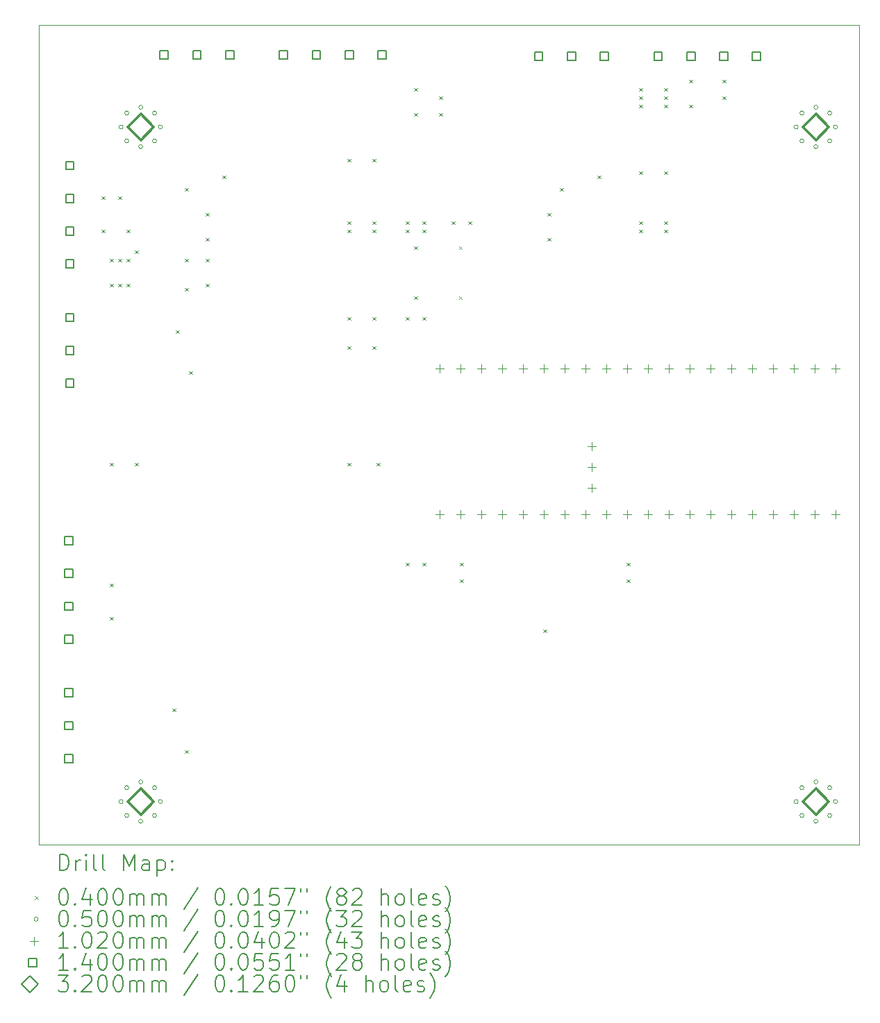
<source format=gbr>
%TF.GenerationSoftware,KiCad,Pcbnew,7.0.9*%
%TF.CreationDate,2024-02-10T00:43:47-08:00*%
%TF.ProjectId,snes_controllers_to_usb,736e6573-5f63-46f6-9e74-726f6c6c6572,A*%
%TF.SameCoordinates,Original*%
%TF.FileFunction,Drillmap*%
%TF.FilePolarity,Positive*%
%FSLAX45Y45*%
G04 Gerber Fmt 4.5, Leading zero omitted, Abs format (unit mm)*
G04 Created by KiCad (PCBNEW 7.0.9) date 2024-02-10 00:43:47*
%MOMM*%
%LPD*%
G01*
G04 APERTURE LIST*
%ADD10C,0.100000*%
%ADD11C,0.200000*%
%ADD12C,0.102000*%
%ADD13C,0.140000*%
%ADD14C,0.320000*%
G04 APERTURE END LIST*
D10*
X8255000Y-5715000D02*
X18255000Y-5715000D01*
X18255000Y-15715000D01*
X8255000Y-15715000D01*
X8255000Y-5715000D01*
D11*
D10*
X9022400Y-7803200D02*
X9062400Y-7843200D01*
X9062400Y-7803200D02*
X9022400Y-7843200D01*
X9022400Y-8209600D02*
X9062400Y-8249600D01*
X9062400Y-8209600D02*
X9022400Y-8249600D01*
X9124000Y-8565200D02*
X9164000Y-8605200D01*
X9164000Y-8565200D02*
X9124000Y-8605200D01*
X9124000Y-8870000D02*
X9164000Y-8910000D01*
X9164000Y-8870000D02*
X9124000Y-8910000D01*
X9124000Y-11054400D02*
X9164000Y-11094400D01*
X9164000Y-11054400D02*
X9124000Y-11094400D01*
X9124000Y-12527600D02*
X9164000Y-12567600D01*
X9164000Y-12527600D02*
X9124000Y-12567600D01*
X9124000Y-12934000D02*
X9164000Y-12974000D01*
X9164000Y-12934000D02*
X9124000Y-12974000D01*
X9225600Y-7803200D02*
X9265600Y-7843200D01*
X9265600Y-7803200D02*
X9225600Y-7843200D01*
X9225600Y-8565200D02*
X9265600Y-8605200D01*
X9265600Y-8565200D02*
X9225600Y-8605200D01*
X9225600Y-8870000D02*
X9265600Y-8910000D01*
X9265600Y-8870000D02*
X9225600Y-8910000D01*
X9327200Y-8209600D02*
X9367200Y-8249600D01*
X9367200Y-8209600D02*
X9327200Y-8249600D01*
X9327200Y-8565200D02*
X9367200Y-8605200D01*
X9367200Y-8565200D02*
X9327200Y-8605200D01*
X9327200Y-8870000D02*
X9367200Y-8910000D01*
X9367200Y-8870000D02*
X9327200Y-8910000D01*
X9428800Y-8463600D02*
X9468800Y-8503600D01*
X9468800Y-8463600D02*
X9428800Y-8503600D01*
X9428800Y-11054400D02*
X9468800Y-11094400D01*
X9468800Y-11054400D02*
X9428800Y-11094400D01*
X9886000Y-14051600D02*
X9926000Y-14091600D01*
X9926000Y-14051600D02*
X9886000Y-14091600D01*
X9926450Y-9439150D02*
X9966450Y-9479150D01*
X9966450Y-9439150D02*
X9926450Y-9479150D01*
X10038400Y-7701600D02*
X10078400Y-7741600D01*
X10078400Y-7701600D02*
X10038400Y-7741600D01*
X10038400Y-8565200D02*
X10078400Y-8605200D01*
X10078400Y-8565200D02*
X10038400Y-8605200D01*
X10038400Y-8920800D02*
X10078400Y-8960800D01*
X10078400Y-8920800D02*
X10038400Y-8960800D01*
X10038400Y-14559600D02*
X10078400Y-14599600D01*
X10078400Y-14559600D02*
X10038400Y-14599600D01*
X10089200Y-9936800D02*
X10129200Y-9976800D01*
X10129200Y-9936800D02*
X10089200Y-9976800D01*
X10292400Y-8006400D02*
X10332400Y-8046400D01*
X10332400Y-8006400D02*
X10292400Y-8046400D01*
X10292400Y-8311200D02*
X10332400Y-8351200D01*
X10332400Y-8311200D02*
X10292400Y-8351200D01*
X10292400Y-8565200D02*
X10332400Y-8605200D01*
X10332400Y-8565200D02*
X10292400Y-8605200D01*
X10292400Y-8870000D02*
X10332400Y-8910000D01*
X10332400Y-8870000D02*
X10292400Y-8910000D01*
X10495600Y-7549200D02*
X10535600Y-7589200D01*
X10535600Y-7549200D02*
X10495600Y-7589200D01*
X12019600Y-7346000D02*
X12059600Y-7386000D01*
X12059600Y-7346000D02*
X12019600Y-7386000D01*
X12019600Y-8108000D02*
X12059600Y-8148000D01*
X12059600Y-8108000D02*
X12019600Y-8148000D01*
X12019600Y-8209600D02*
X12059600Y-8249600D01*
X12059600Y-8209600D02*
X12019600Y-8249600D01*
X12019600Y-9276400D02*
X12059600Y-9316400D01*
X12059600Y-9276400D02*
X12019600Y-9316400D01*
X12019600Y-9632000D02*
X12059600Y-9672000D01*
X12059600Y-9632000D02*
X12019600Y-9672000D01*
X12019600Y-11054400D02*
X12059600Y-11094400D01*
X12059600Y-11054400D02*
X12019600Y-11094400D01*
X12324400Y-7346000D02*
X12364400Y-7386000D01*
X12364400Y-7346000D02*
X12324400Y-7386000D01*
X12324400Y-8108000D02*
X12364400Y-8148000D01*
X12364400Y-8108000D02*
X12324400Y-8148000D01*
X12324400Y-8209600D02*
X12364400Y-8249600D01*
X12364400Y-8209600D02*
X12324400Y-8249600D01*
X12324400Y-9276400D02*
X12364400Y-9316400D01*
X12364400Y-9276400D02*
X12324400Y-9316400D01*
X12324400Y-9632000D02*
X12364400Y-9672000D01*
X12364400Y-9632000D02*
X12324400Y-9672000D01*
X12375200Y-11054400D02*
X12415200Y-11094400D01*
X12415200Y-11054400D02*
X12375200Y-11094400D01*
X12730800Y-8108000D02*
X12770800Y-8148000D01*
X12770800Y-8108000D02*
X12730800Y-8148000D01*
X12730800Y-8209600D02*
X12770800Y-8249600D01*
X12770800Y-8209600D02*
X12730800Y-8249600D01*
X12730800Y-9276400D02*
X12770800Y-9316400D01*
X12770800Y-9276400D02*
X12730800Y-9316400D01*
X12730800Y-12273600D02*
X12770800Y-12313600D01*
X12770800Y-12273600D02*
X12730800Y-12313600D01*
X12832400Y-6482400D02*
X12872400Y-6522400D01*
X12872400Y-6482400D02*
X12832400Y-6522400D01*
X12832400Y-6787200D02*
X12872400Y-6827200D01*
X12872400Y-6787200D02*
X12832400Y-6827200D01*
X12832400Y-8412800D02*
X12872400Y-8452800D01*
X12872400Y-8412800D02*
X12832400Y-8452800D01*
X12832400Y-9022400D02*
X12872400Y-9062400D01*
X12872400Y-9022400D02*
X12832400Y-9062400D01*
X12934000Y-8108000D02*
X12974000Y-8148000D01*
X12974000Y-8108000D02*
X12934000Y-8148000D01*
X12934000Y-8209600D02*
X12974000Y-8249600D01*
X12974000Y-8209600D02*
X12934000Y-8249600D01*
X12934000Y-9276400D02*
X12974000Y-9316400D01*
X12974000Y-9276400D02*
X12934000Y-9316400D01*
X12934000Y-12273600D02*
X12974000Y-12313600D01*
X12974000Y-12273600D02*
X12934000Y-12313600D01*
X13137200Y-6584000D02*
X13177200Y-6624000D01*
X13177200Y-6584000D02*
X13137200Y-6624000D01*
X13137200Y-6787200D02*
X13177200Y-6827200D01*
X13177200Y-6787200D02*
X13137200Y-6827200D01*
X13289600Y-8108000D02*
X13329600Y-8148000D01*
X13329600Y-8108000D02*
X13289600Y-8148000D01*
X13378500Y-8412800D02*
X13418500Y-8452800D01*
X13418500Y-8412800D02*
X13378500Y-8452800D01*
X13378500Y-9022400D02*
X13418500Y-9062400D01*
X13418500Y-9022400D02*
X13378500Y-9062400D01*
X13391200Y-12273600D02*
X13431200Y-12313600D01*
X13431200Y-12273600D02*
X13391200Y-12313600D01*
X13391200Y-12476800D02*
X13431200Y-12516800D01*
X13431200Y-12476800D02*
X13391200Y-12516800D01*
X13492800Y-8108000D02*
X13532800Y-8148000D01*
X13532800Y-8108000D02*
X13492800Y-8148000D01*
X14407200Y-13086400D02*
X14447200Y-13126400D01*
X14447200Y-13086400D02*
X14407200Y-13126400D01*
X14458000Y-8006400D02*
X14498000Y-8046400D01*
X14498000Y-8006400D02*
X14458000Y-8046400D01*
X14458000Y-8311200D02*
X14498000Y-8351200D01*
X14498000Y-8311200D02*
X14458000Y-8351200D01*
X14610400Y-7701600D02*
X14650400Y-7741600D01*
X14650400Y-7701600D02*
X14610400Y-7741600D01*
X15067600Y-7549200D02*
X15107600Y-7589200D01*
X15107600Y-7549200D02*
X15067600Y-7589200D01*
X15423200Y-12273600D02*
X15463200Y-12313600D01*
X15463200Y-12273600D02*
X15423200Y-12313600D01*
X15423200Y-12476800D02*
X15463200Y-12516800D01*
X15463200Y-12476800D02*
X15423200Y-12516800D01*
X15575600Y-6482400D02*
X15615600Y-6522400D01*
X15615600Y-6482400D02*
X15575600Y-6522400D01*
X15575600Y-6584000D02*
X15615600Y-6624000D01*
X15615600Y-6584000D02*
X15575600Y-6624000D01*
X15575600Y-6685600D02*
X15615600Y-6725600D01*
X15615600Y-6685600D02*
X15575600Y-6725600D01*
X15575600Y-7498400D02*
X15615600Y-7538400D01*
X15615600Y-7498400D02*
X15575600Y-7538400D01*
X15575600Y-8108000D02*
X15615600Y-8148000D01*
X15615600Y-8108000D02*
X15575600Y-8148000D01*
X15575600Y-8209600D02*
X15615600Y-8249600D01*
X15615600Y-8209600D02*
X15575600Y-8249600D01*
X15880400Y-6482400D02*
X15920400Y-6522400D01*
X15920400Y-6482400D02*
X15880400Y-6522400D01*
X15880400Y-6584000D02*
X15920400Y-6624000D01*
X15920400Y-6584000D02*
X15880400Y-6624000D01*
X15880400Y-6685600D02*
X15920400Y-6725600D01*
X15920400Y-6685600D02*
X15880400Y-6725600D01*
X15880400Y-7498400D02*
X15920400Y-7538400D01*
X15920400Y-7498400D02*
X15880400Y-7538400D01*
X15880400Y-8108000D02*
X15920400Y-8148000D01*
X15920400Y-8108000D02*
X15880400Y-8148000D01*
X15880400Y-8209600D02*
X15920400Y-8249600D01*
X15920400Y-8209600D02*
X15880400Y-8249600D01*
X16185200Y-6380800D02*
X16225200Y-6420800D01*
X16225200Y-6380800D02*
X16185200Y-6420800D01*
X16185200Y-6685600D02*
X16225200Y-6725600D01*
X16225200Y-6685600D02*
X16185200Y-6725600D01*
X16591600Y-6380800D02*
X16631600Y-6420800D01*
X16631600Y-6380800D02*
X16591600Y-6420800D01*
X16591600Y-6584000D02*
X16631600Y-6624000D01*
X16631600Y-6584000D02*
X16591600Y-6624000D01*
X9284600Y-6959600D02*
G75*
G03*
X9284600Y-6959600I-25000J0D01*
G01*
X9284600Y-15189200D02*
G75*
G03*
X9284600Y-15189200I-25000J0D01*
G01*
X9354894Y-6789894D02*
G75*
G03*
X9354894Y-6789894I-25000J0D01*
G01*
X9354894Y-7129306D02*
G75*
G03*
X9354894Y-7129306I-25000J0D01*
G01*
X9354894Y-15019494D02*
G75*
G03*
X9354894Y-15019494I-25000J0D01*
G01*
X9354894Y-15358906D02*
G75*
G03*
X9354894Y-15358906I-25000J0D01*
G01*
X9524600Y-6719600D02*
G75*
G03*
X9524600Y-6719600I-25000J0D01*
G01*
X9524600Y-7199600D02*
G75*
G03*
X9524600Y-7199600I-25000J0D01*
G01*
X9524600Y-14949200D02*
G75*
G03*
X9524600Y-14949200I-25000J0D01*
G01*
X9524600Y-15429200D02*
G75*
G03*
X9524600Y-15429200I-25000J0D01*
G01*
X9694306Y-6789894D02*
G75*
G03*
X9694306Y-6789894I-25000J0D01*
G01*
X9694306Y-7129306D02*
G75*
G03*
X9694306Y-7129306I-25000J0D01*
G01*
X9694306Y-15019494D02*
G75*
G03*
X9694306Y-15019494I-25000J0D01*
G01*
X9694306Y-15358906D02*
G75*
G03*
X9694306Y-15358906I-25000J0D01*
G01*
X9764600Y-6959600D02*
G75*
G03*
X9764600Y-6959600I-25000J0D01*
G01*
X9764600Y-15189200D02*
G75*
G03*
X9764600Y-15189200I-25000J0D01*
G01*
X17514200Y-6959600D02*
G75*
G03*
X17514200Y-6959600I-25000J0D01*
G01*
X17514200Y-15189200D02*
G75*
G03*
X17514200Y-15189200I-25000J0D01*
G01*
X17584494Y-6789894D02*
G75*
G03*
X17584494Y-6789894I-25000J0D01*
G01*
X17584494Y-7129306D02*
G75*
G03*
X17584494Y-7129306I-25000J0D01*
G01*
X17584494Y-15019494D02*
G75*
G03*
X17584494Y-15019494I-25000J0D01*
G01*
X17584494Y-15358906D02*
G75*
G03*
X17584494Y-15358906I-25000J0D01*
G01*
X17754200Y-6719600D02*
G75*
G03*
X17754200Y-6719600I-25000J0D01*
G01*
X17754200Y-7199600D02*
G75*
G03*
X17754200Y-7199600I-25000J0D01*
G01*
X17754200Y-14949200D02*
G75*
G03*
X17754200Y-14949200I-25000J0D01*
G01*
X17754200Y-15429200D02*
G75*
G03*
X17754200Y-15429200I-25000J0D01*
G01*
X17923906Y-6789894D02*
G75*
G03*
X17923906Y-6789894I-25000J0D01*
G01*
X17923906Y-7129306D02*
G75*
G03*
X17923906Y-7129306I-25000J0D01*
G01*
X17923906Y-15019494D02*
G75*
G03*
X17923906Y-15019494I-25000J0D01*
G01*
X17923906Y-15358906D02*
G75*
G03*
X17923906Y-15358906I-25000J0D01*
G01*
X17994200Y-6959600D02*
G75*
G03*
X17994200Y-6959600I-25000J0D01*
G01*
X17994200Y-15189200D02*
G75*
G03*
X17994200Y-15189200I-25000J0D01*
G01*
D12*
X13144500Y-9855000D02*
X13144500Y-9957000D01*
X13093500Y-9906000D02*
X13195500Y-9906000D01*
X13144500Y-11633000D02*
X13144500Y-11735000D01*
X13093500Y-11684000D02*
X13195500Y-11684000D01*
X13398500Y-9855000D02*
X13398500Y-9957000D01*
X13347500Y-9906000D02*
X13449500Y-9906000D01*
X13398500Y-11633000D02*
X13398500Y-11735000D01*
X13347500Y-11684000D02*
X13449500Y-11684000D01*
X13652500Y-9855000D02*
X13652500Y-9957000D01*
X13601500Y-9906000D02*
X13703500Y-9906000D01*
X13652500Y-11633000D02*
X13652500Y-11735000D01*
X13601500Y-11684000D02*
X13703500Y-11684000D01*
X13906500Y-9855000D02*
X13906500Y-9957000D01*
X13855500Y-9906000D02*
X13957500Y-9906000D01*
X13906500Y-11633000D02*
X13906500Y-11735000D01*
X13855500Y-11684000D02*
X13957500Y-11684000D01*
X14160500Y-9855000D02*
X14160500Y-9957000D01*
X14109500Y-9906000D02*
X14211500Y-9906000D01*
X14160500Y-11633000D02*
X14160500Y-11735000D01*
X14109500Y-11684000D02*
X14211500Y-11684000D01*
X14414500Y-9855000D02*
X14414500Y-9957000D01*
X14363500Y-9906000D02*
X14465500Y-9906000D01*
X14414500Y-11633000D02*
X14414500Y-11735000D01*
X14363500Y-11684000D02*
X14465500Y-11684000D01*
X14668500Y-9855000D02*
X14668500Y-9957000D01*
X14617500Y-9906000D02*
X14719500Y-9906000D01*
X14668500Y-11633000D02*
X14668500Y-11735000D01*
X14617500Y-11684000D02*
X14719500Y-11684000D01*
X14922500Y-9855000D02*
X14922500Y-9957000D01*
X14871500Y-9906000D02*
X14973500Y-9906000D01*
X14922500Y-11633000D02*
X14922500Y-11735000D01*
X14871500Y-11684000D02*
X14973500Y-11684000D01*
X14997500Y-10802410D02*
X14997500Y-10904410D01*
X14946500Y-10853410D02*
X15048500Y-10853410D01*
X14997500Y-11056410D02*
X14997500Y-11158410D01*
X14946500Y-11107410D02*
X15048500Y-11107410D01*
X14997500Y-11310410D02*
X14997500Y-11412410D01*
X14946500Y-11361410D02*
X15048500Y-11361410D01*
X15176500Y-9855000D02*
X15176500Y-9957000D01*
X15125500Y-9906000D02*
X15227500Y-9906000D01*
X15176500Y-11633000D02*
X15176500Y-11735000D01*
X15125500Y-11684000D02*
X15227500Y-11684000D01*
X15430500Y-9855000D02*
X15430500Y-9957000D01*
X15379500Y-9906000D02*
X15481500Y-9906000D01*
X15430500Y-11633000D02*
X15430500Y-11735000D01*
X15379500Y-11684000D02*
X15481500Y-11684000D01*
X15684500Y-9855000D02*
X15684500Y-9957000D01*
X15633500Y-9906000D02*
X15735500Y-9906000D01*
X15684500Y-11633000D02*
X15684500Y-11735000D01*
X15633500Y-11684000D02*
X15735500Y-11684000D01*
X15938500Y-9855000D02*
X15938500Y-9957000D01*
X15887500Y-9906000D02*
X15989500Y-9906000D01*
X15938500Y-11633000D02*
X15938500Y-11735000D01*
X15887500Y-11684000D02*
X15989500Y-11684000D01*
X16192500Y-9855000D02*
X16192500Y-9957000D01*
X16141500Y-9906000D02*
X16243500Y-9906000D01*
X16192500Y-11633000D02*
X16192500Y-11735000D01*
X16141500Y-11684000D02*
X16243500Y-11684000D01*
X16446500Y-9855000D02*
X16446500Y-9957000D01*
X16395500Y-9906000D02*
X16497500Y-9906000D01*
X16446500Y-11633000D02*
X16446500Y-11735000D01*
X16395500Y-11684000D02*
X16497500Y-11684000D01*
X16700500Y-9855000D02*
X16700500Y-9957000D01*
X16649500Y-9906000D02*
X16751500Y-9906000D01*
X16700500Y-11633000D02*
X16700500Y-11735000D01*
X16649500Y-11684000D02*
X16751500Y-11684000D01*
X16954500Y-9855000D02*
X16954500Y-9957000D01*
X16903500Y-9906000D02*
X17005500Y-9906000D01*
X16954500Y-11633000D02*
X16954500Y-11735000D01*
X16903500Y-11684000D02*
X17005500Y-11684000D01*
X17208500Y-9855000D02*
X17208500Y-9957000D01*
X17157500Y-9906000D02*
X17259500Y-9906000D01*
X17208500Y-11633000D02*
X17208500Y-11735000D01*
X17157500Y-11684000D02*
X17259500Y-11684000D01*
X17462500Y-9855000D02*
X17462500Y-9957000D01*
X17411500Y-9906000D02*
X17513500Y-9906000D01*
X17462500Y-11633000D02*
X17462500Y-11735000D01*
X17411500Y-11684000D02*
X17513500Y-11684000D01*
X17716500Y-9855000D02*
X17716500Y-9957000D01*
X17665500Y-9906000D02*
X17767500Y-9906000D01*
X17716500Y-11633000D02*
X17716500Y-11735000D01*
X17665500Y-11684000D02*
X17767500Y-11684000D01*
X17970500Y-9855000D02*
X17970500Y-9957000D01*
X17919500Y-9906000D02*
X18021500Y-9906000D01*
X17970500Y-11633000D02*
X17970500Y-11735000D01*
X17919500Y-11684000D02*
X18021500Y-11684000D01*
D13*
X8669498Y-12056498D02*
X8669498Y-11957502D01*
X8570502Y-11957502D01*
X8570502Y-12056498D01*
X8669498Y-12056498D01*
X8669498Y-12456498D02*
X8669498Y-12357502D01*
X8570502Y-12357502D01*
X8570502Y-12456498D01*
X8669498Y-12456498D01*
X8669498Y-12856498D02*
X8669498Y-12757502D01*
X8570502Y-12757502D01*
X8570502Y-12856498D01*
X8669498Y-12856498D01*
X8669498Y-13256498D02*
X8669498Y-13157502D01*
X8570502Y-13157502D01*
X8570502Y-13256498D01*
X8669498Y-13256498D01*
X8669498Y-13912498D02*
X8669498Y-13813502D01*
X8570502Y-13813502D01*
X8570502Y-13912498D01*
X8669498Y-13912498D01*
X8669498Y-14312498D02*
X8669498Y-14213502D01*
X8570502Y-14213502D01*
X8570502Y-14312498D01*
X8669498Y-14312498D01*
X8669498Y-14712498D02*
X8669498Y-14613502D01*
X8570502Y-14613502D01*
X8570502Y-14712498D01*
X8669498Y-14712498D01*
X8685498Y-7478998D02*
X8685498Y-7380002D01*
X8586502Y-7380002D01*
X8586502Y-7478998D01*
X8685498Y-7478998D01*
X8685498Y-7878998D02*
X8685498Y-7780002D01*
X8586502Y-7780002D01*
X8586502Y-7878998D01*
X8685498Y-7878998D01*
X8685498Y-8278998D02*
X8685498Y-8180002D01*
X8586502Y-8180002D01*
X8586502Y-8278998D01*
X8685498Y-8278998D01*
X8685498Y-8678998D02*
X8685498Y-8580002D01*
X8586502Y-8580002D01*
X8586502Y-8678998D01*
X8685498Y-8678998D01*
X8685498Y-9334998D02*
X8685498Y-9236002D01*
X8586502Y-9236002D01*
X8586502Y-9334998D01*
X8685498Y-9334998D01*
X8685498Y-9734998D02*
X8685498Y-9636002D01*
X8586502Y-9636002D01*
X8586502Y-9734998D01*
X8685498Y-9734998D01*
X8685498Y-10134998D02*
X8685498Y-10036002D01*
X8586502Y-10036002D01*
X8586502Y-10134998D01*
X8685498Y-10134998D01*
X9833998Y-6129498D02*
X9833998Y-6030502D01*
X9735002Y-6030502D01*
X9735002Y-6129498D01*
X9833998Y-6129498D01*
X10233998Y-6129498D02*
X10233998Y-6030502D01*
X10135002Y-6030502D01*
X10135002Y-6129498D01*
X10233998Y-6129498D01*
X10633998Y-6129498D02*
X10633998Y-6030502D01*
X10535002Y-6030502D01*
X10535002Y-6129498D01*
X10633998Y-6129498D01*
X11289998Y-6129498D02*
X11289998Y-6030502D01*
X11191002Y-6030502D01*
X11191002Y-6129498D01*
X11289998Y-6129498D01*
X11689998Y-6129498D02*
X11689998Y-6030502D01*
X11591002Y-6030502D01*
X11591002Y-6129498D01*
X11689998Y-6129498D01*
X12089998Y-6129498D02*
X12089998Y-6030502D01*
X11991002Y-6030502D01*
X11991002Y-6129498D01*
X12089998Y-6129498D01*
X12489998Y-6129498D02*
X12489998Y-6030502D01*
X12391002Y-6030502D01*
X12391002Y-6129498D01*
X12489998Y-6129498D01*
X14400498Y-6145498D02*
X14400498Y-6046502D01*
X14301502Y-6046502D01*
X14301502Y-6145498D01*
X14400498Y-6145498D01*
X14800498Y-6145498D02*
X14800498Y-6046502D01*
X14701502Y-6046502D01*
X14701502Y-6145498D01*
X14800498Y-6145498D01*
X15200498Y-6145498D02*
X15200498Y-6046502D01*
X15101502Y-6046502D01*
X15101502Y-6145498D01*
X15200498Y-6145498D01*
X15856498Y-6145498D02*
X15856498Y-6046502D01*
X15757502Y-6046502D01*
X15757502Y-6145498D01*
X15856498Y-6145498D01*
X16256498Y-6145498D02*
X16256498Y-6046502D01*
X16157502Y-6046502D01*
X16157502Y-6145498D01*
X16256498Y-6145498D01*
X16656498Y-6145498D02*
X16656498Y-6046502D01*
X16557502Y-6046502D01*
X16557502Y-6145498D01*
X16656498Y-6145498D01*
X17056498Y-6145498D02*
X17056498Y-6046502D01*
X16957502Y-6046502D01*
X16957502Y-6145498D01*
X17056498Y-6145498D01*
D14*
X9499600Y-7119600D02*
X9659600Y-6959600D01*
X9499600Y-6799600D01*
X9339600Y-6959600D01*
X9499600Y-7119600D01*
X9499600Y-15349200D02*
X9659600Y-15189200D01*
X9499600Y-15029200D01*
X9339600Y-15189200D01*
X9499600Y-15349200D01*
X17729200Y-7119600D02*
X17889200Y-6959600D01*
X17729200Y-6799600D01*
X17569200Y-6959600D01*
X17729200Y-7119600D01*
X17729200Y-15349200D02*
X17889200Y-15189200D01*
X17729200Y-15029200D01*
X17569200Y-15189200D01*
X17729200Y-15349200D01*
D11*
X8510777Y-16031484D02*
X8510777Y-15831484D01*
X8510777Y-15831484D02*
X8558396Y-15831484D01*
X8558396Y-15831484D02*
X8586967Y-15841008D01*
X8586967Y-15841008D02*
X8606015Y-15860055D01*
X8606015Y-15860055D02*
X8615539Y-15879103D01*
X8615539Y-15879103D02*
X8625063Y-15917198D01*
X8625063Y-15917198D02*
X8625063Y-15945769D01*
X8625063Y-15945769D02*
X8615539Y-15983865D01*
X8615539Y-15983865D02*
X8606015Y-16002912D01*
X8606015Y-16002912D02*
X8586967Y-16021960D01*
X8586967Y-16021960D02*
X8558396Y-16031484D01*
X8558396Y-16031484D02*
X8510777Y-16031484D01*
X8710777Y-16031484D02*
X8710777Y-15898150D01*
X8710777Y-15936246D02*
X8720301Y-15917198D01*
X8720301Y-15917198D02*
X8729824Y-15907674D01*
X8729824Y-15907674D02*
X8748872Y-15898150D01*
X8748872Y-15898150D02*
X8767920Y-15898150D01*
X8834586Y-16031484D02*
X8834586Y-15898150D01*
X8834586Y-15831484D02*
X8825063Y-15841008D01*
X8825063Y-15841008D02*
X8834586Y-15850531D01*
X8834586Y-15850531D02*
X8844110Y-15841008D01*
X8844110Y-15841008D02*
X8834586Y-15831484D01*
X8834586Y-15831484D02*
X8834586Y-15850531D01*
X8958396Y-16031484D02*
X8939348Y-16021960D01*
X8939348Y-16021960D02*
X8929824Y-16002912D01*
X8929824Y-16002912D02*
X8929824Y-15831484D01*
X9063158Y-16031484D02*
X9044110Y-16021960D01*
X9044110Y-16021960D02*
X9034586Y-16002912D01*
X9034586Y-16002912D02*
X9034586Y-15831484D01*
X9291729Y-16031484D02*
X9291729Y-15831484D01*
X9291729Y-15831484D02*
X9358396Y-15974341D01*
X9358396Y-15974341D02*
X9425063Y-15831484D01*
X9425063Y-15831484D02*
X9425063Y-16031484D01*
X9606015Y-16031484D02*
X9606015Y-15926722D01*
X9606015Y-15926722D02*
X9596491Y-15907674D01*
X9596491Y-15907674D02*
X9577444Y-15898150D01*
X9577444Y-15898150D02*
X9539348Y-15898150D01*
X9539348Y-15898150D02*
X9520301Y-15907674D01*
X9606015Y-16021960D02*
X9586967Y-16031484D01*
X9586967Y-16031484D02*
X9539348Y-16031484D01*
X9539348Y-16031484D02*
X9520301Y-16021960D01*
X9520301Y-16021960D02*
X9510777Y-16002912D01*
X9510777Y-16002912D02*
X9510777Y-15983865D01*
X9510777Y-15983865D02*
X9520301Y-15964817D01*
X9520301Y-15964817D02*
X9539348Y-15955293D01*
X9539348Y-15955293D02*
X9586967Y-15955293D01*
X9586967Y-15955293D02*
X9606015Y-15945769D01*
X9701253Y-15898150D02*
X9701253Y-16098150D01*
X9701253Y-15907674D02*
X9720301Y-15898150D01*
X9720301Y-15898150D02*
X9758396Y-15898150D01*
X9758396Y-15898150D02*
X9777444Y-15907674D01*
X9777444Y-15907674D02*
X9786967Y-15917198D01*
X9786967Y-15917198D02*
X9796491Y-15936246D01*
X9796491Y-15936246D02*
X9796491Y-15993388D01*
X9796491Y-15993388D02*
X9786967Y-16012436D01*
X9786967Y-16012436D02*
X9777444Y-16021960D01*
X9777444Y-16021960D02*
X9758396Y-16031484D01*
X9758396Y-16031484D02*
X9720301Y-16031484D01*
X9720301Y-16031484D02*
X9701253Y-16021960D01*
X9882205Y-16012436D02*
X9891729Y-16021960D01*
X9891729Y-16021960D02*
X9882205Y-16031484D01*
X9882205Y-16031484D02*
X9872682Y-16021960D01*
X9872682Y-16021960D02*
X9882205Y-16012436D01*
X9882205Y-16012436D02*
X9882205Y-16031484D01*
X9882205Y-15907674D02*
X9891729Y-15917198D01*
X9891729Y-15917198D02*
X9882205Y-15926722D01*
X9882205Y-15926722D02*
X9872682Y-15917198D01*
X9872682Y-15917198D02*
X9882205Y-15907674D01*
X9882205Y-15907674D02*
X9882205Y-15926722D01*
D10*
X8210000Y-16340000D02*
X8250000Y-16380000D01*
X8250000Y-16340000D02*
X8210000Y-16380000D01*
D11*
X8548872Y-16251484D02*
X8567920Y-16251484D01*
X8567920Y-16251484D02*
X8586967Y-16261008D01*
X8586967Y-16261008D02*
X8596491Y-16270531D01*
X8596491Y-16270531D02*
X8606015Y-16289579D01*
X8606015Y-16289579D02*
X8615539Y-16327674D01*
X8615539Y-16327674D02*
X8615539Y-16375293D01*
X8615539Y-16375293D02*
X8606015Y-16413388D01*
X8606015Y-16413388D02*
X8596491Y-16432436D01*
X8596491Y-16432436D02*
X8586967Y-16441960D01*
X8586967Y-16441960D02*
X8567920Y-16451484D01*
X8567920Y-16451484D02*
X8548872Y-16451484D01*
X8548872Y-16451484D02*
X8529824Y-16441960D01*
X8529824Y-16441960D02*
X8520301Y-16432436D01*
X8520301Y-16432436D02*
X8510777Y-16413388D01*
X8510777Y-16413388D02*
X8501253Y-16375293D01*
X8501253Y-16375293D02*
X8501253Y-16327674D01*
X8501253Y-16327674D02*
X8510777Y-16289579D01*
X8510777Y-16289579D02*
X8520301Y-16270531D01*
X8520301Y-16270531D02*
X8529824Y-16261008D01*
X8529824Y-16261008D02*
X8548872Y-16251484D01*
X8701253Y-16432436D02*
X8710777Y-16441960D01*
X8710777Y-16441960D02*
X8701253Y-16451484D01*
X8701253Y-16451484D02*
X8691729Y-16441960D01*
X8691729Y-16441960D02*
X8701253Y-16432436D01*
X8701253Y-16432436D02*
X8701253Y-16451484D01*
X8882205Y-16318150D02*
X8882205Y-16451484D01*
X8834586Y-16241960D02*
X8786967Y-16384817D01*
X8786967Y-16384817D02*
X8910777Y-16384817D01*
X9025063Y-16251484D02*
X9044110Y-16251484D01*
X9044110Y-16251484D02*
X9063158Y-16261008D01*
X9063158Y-16261008D02*
X9072682Y-16270531D01*
X9072682Y-16270531D02*
X9082205Y-16289579D01*
X9082205Y-16289579D02*
X9091729Y-16327674D01*
X9091729Y-16327674D02*
X9091729Y-16375293D01*
X9091729Y-16375293D02*
X9082205Y-16413388D01*
X9082205Y-16413388D02*
X9072682Y-16432436D01*
X9072682Y-16432436D02*
X9063158Y-16441960D01*
X9063158Y-16441960D02*
X9044110Y-16451484D01*
X9044110Y-16451484D02*
X9025063Y-16451484D01*
X9025063Y-16451484D02*
X9006015Y-16441960D01*
X9006015Y-16441960D02*
X8996491Y-16432436D01*
X8996491Y-16432436D02*
X8986967Y-16413388D01*
X8986967Y-16413388D02*
X8977444Y-16375293D01*
X8977444Y-16375293D02*
X8977444Y-16327674D01*
X8977444Y-16327674D02*
X8986967Y-16289579D01*
X8986967Y-16289579D02*
X8996491Y-16270531D01*
X8996491Y-16270531D02*
X9006015Y-16261008D01*
X9006015Y-16261008D02*
X9025063Y-16251484D01*
X9215539Y-16251484D02*
X9234586Y-16251484D01*
X9234586Y-16251484D02*
X9253634Y-16261008D01*
X9253634Y-16261008D02*
X9263158Y-16270531D01*
X9263158Y-16270531D02*
X9272682Y-16289579D01*
X9272682Y-16289579D02*
X9282205Y-16327674D01*
X9282205Y-16327674D02*
X9282205Y-16375293D01*
X9282205Y-16375293D02*
X9272682Y-16413388D01*
X9272682Y-16413388D02*
X9263158Y-16432436D01*
X9263158Y-16432436D02*
X9253634Y-16441960D01*
X9253634Y-16441960D02*
X9234586Y-16451484D01*
X9234586Y-16451484D02*
X9215539Y-16451484D01*
X9215539Y-16451484D02*
X9196491Y-16441960D01*
X9196491Y-16441960D02*
X9186967Y-16432436D01*
X9186967Y-16432436D02*
X9177444Y-16413388D01*
X9177444Y-16413388D02*
X9167920Y-16375293D01*
X9167920Y-16375293D02*
X9167920Y-16327674D01*
X9167920Y-16327674D02*
X9177444Y-16289579D01*
X9177444Y-16289579D02*
X9186967Y-16270531D01*
X9186967Y-16270531D02*
X9196491Y-16261008D01*
X9196491Y-16261008D02*
X9215539Y-16251484D01*
X9367920Y-16451484D02*
X9367920Y-16318150D01*
X9367920Y-16337198D02*
X9377444Y-16327674D01*
X9377444Y-16327674D02*
X9396491Y-16318150D01*
X9396491Y-16318150D02*
X9425063Y-16318150D01*
X9425063Y-16318150D02*
X9444110Y-16327674D01*
X9444110Y-16327674D02*
X9453634Y-16346722D01*
X9453634Y-16346722D02*
X9453634Y-16451484D01*
X9453634Y-16346722D02*
X9463158Y-16327674D01*
X9463158Y-16327674D02*
X9482205Y-16318150D01*
X9482205Y-16318150D02*
X9510777Y-16318150D01*
X9510777Y-16318150D02*
X9529825Y-16327674D01*
X9529825Y-16327674D02*
X9539348Y-16346722D01*
X9539348Y-16346722D02*
X9539348Y-16451484D01*
X9634586Y-16451484D02*
X9634586Y-16318150D01*
X9634586Y-16337198D02*
X9644110Y-16327674D01*
X9644110Y-16327674D02*
X9663158Y-16318150D01*
X9663158Y-16318150D02*
X9691729Y-16318150D01*
X9691729Y-16318150D02*
X9710777Y-16327674D01*
X9710777Y-16327674D02*
X9720301Y-16346722D01*
X9720301Y-16346722D02*
X9720301Y-16451484D01*
X9720301Y-16346722D02*
X9729825Y-16327674D01*
X9729825Y-16327674D02*
X9748872Y-16318150D01*
X9748872Y-16318150D02*
X9777444Y-16318150D01*
X9777444Y-16318150D02*
X9796491Y-16327674D01*
X9796491Y-16327674D02*
X9806015Y-16346722D01*
X9806015Y-16346722D02*
X9806015Y-16451484D01*
X10196491Y-16241960D02*
X10025063Y-16499103D01*
X10453634Y-16251484D02*
X10472682Y-16251484D01*
X10472682Y-16251484D02*
X10491729Y-16261008D01*
X10491729Y-16261008D02*
X10501253Y-16270531D01*
X10501253Y-16270531D02*
X10510777Y-16289579D01*
X10510777Y-16289579D02*
X10520301Y-16327674D01*
X10520301Y-16327674D02*
X10520301Y-16375293D01*
X10520301Y-16375293D02*
X10510777Y-16413388D01*
X10510777Y-16413388D02*
X10501253Y-16432436D01*
X10501253Y-16432436D02*
X10491729Y-16441960D01*
X10491729Y-16441960D02*
X10472682Y-16451484D01*
X10472682Y-16451484D02*
X10453634Y-16451484D01*
X10453634Y-16451484D02*
X10434587Y-16441960D01*
X10434587Y-16441960D02*
X10425063Y-16432436D01*
X10425063Y-16432436D02*
X10415539Y-16413388D01*
X10415539Y-16413388D02*
X10406015Y-16375293D01*
X10406015Y-16375293D02*
X10406015Y-16327674D01*
X10406015Y-16327674D02*
X10415539Y-16289579D01*
X10415539Y-16289579D02*
X10425063Y-16270531D01*
X10425063Y-16270531D02*
X10434587Y-16261008D01*
X10434587Y-16261008D02*
X10453634Y-16251484D01*
X10606015Y-16432436D02*
X10615539Y-16441960D01*
X10615539Y-16441960D02*
X10606015Y-16451484D01*
X10606015Y-16451484D02*
X10596491Y-16441960D01*
X10596491Y-16441960D02*
X10606015Y-16432436D01*
X10606015Y-16432436D02*
X10606015Y-16451484D01*
X10739348Y-16251484D02*
X10758396Y-16251484D01*
X10758396Y-16251484D02*
X10777444Y-16261008D01*
X10777444Y-16261008D02*
X10786968Y-16270531D01*
X10786968Y-16270531D02*
X10796491Y-16289579D01*
X10796491Y-16289579D02*
X10806015Y-16327674D01*
X10806015Y-16327674D02*
X10806015Y-16375293D01*
X10806015Y-16375293D02*
X10796491Y-16413388D01*
X10796491Y-16413388D02*
X10786968Y-16432436D01*
X10786968Y-16432436D02*
X10777444Y-16441960D01*
X10777444Y-16441960D02*
X10758396Y-16451484D01*
X10758396Y-16451484D02*
X10739348Y-16451484D01*
X10739348Y-16451484D02*
X10720301Y-16441960D01*
X10720301Y-16441960D02*
X10710777Y-16432436D01*
X10710777Y-16432436D02*
X10701253Y-16413388D01*
X10701253Y-16413388D02*
X10691729Y-16375293D01*
X10691729Y-16375293D02*
X10691729Y-16327674D01*
X10691729Y-16327674D02*
X10701253Y-16289579D01*
X10701253Y-16289579D02*
X10710777Y-16270531D01*
X10710777Y-16270531D02*
X10720301Y-16261008D01*
X10720301Y-16261008D02*
X10739348Y-16251484D01*
X10996491Y-16451484D02*
X10882206Y-16451484D01*
X10939348Y-16451484D02*
X10939348Y-16251484D01*
X10939348Y-16251484D02*
X10920301Y-16280055D01*
X10920301Y-16280055D02*
X10901253Y-16299103D01*
X10901253Y-16299103D02*
X10882206Y-16308627D01*
X11177444Y-16251484D02*
X11082206Y-16251484D01*
X11082206Y-16251484D02*
X11072682Y-16346722D01*
X11072682Y-16346722D02*
X11082206Y-16337198D01*
X11082206Y-16337198D02*
X11101253Y-16327674D01*
X11101253Y-16327674D02*
X11148872Y-16327674D01*
X11148872Y-16327674D02*
X11167920Y-16337198D01*
X11167920Y-16337198D02*
X11177444Y-16346722D01*
X11177444Y-16346722D02*
X11186967Y-16365769D01*
X11186967Y-16365769D02*
X11186967Y-16413388D01*
X11186967Y-16413388D02*
X11177444Y-16432436D01*
X11177444Y-16432436D02*
X11167920Y-16441960D01*
X11167920Y-16441960D02*
X11148872Y-16451484D01*
X11148872Y-16451484D02*
X11101253Y-16451484D01*
X11101253Y-16451484D02*
X11082206Y-16441960D01*
X11082206Y-16441960D02*
X11072682Y-16432436D01*
X11253634Y-16251484D02*
X11386967Y-16251484D01*
X11386967Y-16251484D02*
X11301253Y-16451484D01*
X11453634Y-16251484D02*
X11453634Y-16289579D01*
X11529825Y-16251484D02*
X11529825Y-16289579D01*
X11825063Y-16527674D02*
X11815539Y-16518150D01*
X11815539Y-16518150D02*
X11796491Y-16489579D01*
X11796491Y-16489579D02*
X11786968Y-16470531D01*
X11786968Y-16470531D02*
X11777444Y-16441960D01*
X11777444Y-16441960D02*
X11767920Y-16394341D01*
X11767920Y-16394341D02*
X11767920Y-16356246D01*
X11767920Y-16356246D02*
X11777444Y-16308627D01*
X11777444Y-16308627D02*
X11786968Y-16280055D01*
X11786968Y-16280055D02*
X11796491Y-16261008D01*
X11796491Y-16261008D02*
X11815539Y-16232436D01*
X11815539Y-16232436D02*
X11825063Y-16222912D01*
X11929825Y-16337198D02*
X11910777Y-16327674D01*
X11910777Y-16327674D02*
X11901253Y-16318150D01*
X11901253Y-16318150D02*
X11891729Y-16299103D01*
X11891729Y-16299103D02*
X11891729Y-16289579D01*
X11891729Y-16289579D02*
X11901253Y-16270531D01*
X11901253Y-16270531D02*
X11910777Y-16261008D01*
X11910777Y-16261008D02*
X11929825Y-16251484D01*
X11929825Y-16251484D02*
X11967920Y-16251484D01*
X11967920Y-16251484D02*
X11986968Y-16261008D01*
X11986968Y-16261008D02*
X11996491Y-16270531D01*
X11996491Y-16270531D02*
X12006015Y-16289579D01*
X12006015Y-16289579D02*
X12006015Y-16299103D01*
X12006015Y-16299103D02*
X11996491Y-16318150D01*
X11996491Y-16318150D02*
X11986968Y-16327674D01*
X11986968Y-16327674D02*
X11967920Y-16337198D01*
X11967920Y-16337198D02*
X11929825Y-16337198D01*
X11929825Y-16337198D02*
X11910777Y-16346722D01*
X11910777Y-16346722D02*
X11901253Y-16356246D01*
X11901253Y-16356246D02*
X11891729Y-16375293D01*
X11891729Y-16375293D02*
X11891729Y-16413388D01*
X11891729Y-16413388D02*
X11901253Y-16432436D01*
X11901253Y-16432436D02*
X11910777Y-16441960D01*
X11910777Y-16441960D02*
X11929825Y-16451484D01*
X11929825Y-16451484D02*
X11967920Y-16451484D01*
X11967920Y-16451484D02*
X11986968Y-16441960D01*
X11986968Y-16441960D02*
X11996491Y-16432436D01*
X11996491Y-16432436D02*
X12006015Y-16413388D01*
X12006015Y-16413388D02*
X12006015Y-16375293D01*
X12006015Y-16375293D02*
X11996491Y-16356246D01*
X11996491Y-16356246D02*
X11986968Y-16346722D01*
X11986968Y-16346722D02*
X11967920Y-16337198D01*
X12082206Y-16270531D02*
X12091729Y-16261008D01*
X12091729Y-16261008D02*
X12110777Y-16251484D01*
X12110777Y-16251484D02*
X12158396Y-16251484D01*
X12158396Y-16251484D02*
X12177444Y-16261008D01*
X12177444Y-16261008D02*
X12186968Y-16270531D01*
X12186968Y-16270531D02*
X12196491Y-16289579D01*
X12196491Y-16289579D02*
X12196491Y-16308627D01*
X12196491Y-16308627D02*
X12186968Y-16337198D01*
X12186968Y-16337198D02*
X12072682Y-16451484D01*
X12072682Y-16451484D02*
X12196491Y-16451484D01*
X12434587Y-16451484D02*
X12434587Y-16251484D01*
X12520301Y-16451484D02*
X12520301Y-16346722D01*
X12520301Y-16346722D02*
X12510777Y-16327674D01*
X12510777Y-16327674D02*
X12491730Y-16318150D01*
X12491730Y-16318150D02*
X12463158Y-16318150D01*
X12463158Y-16318150D02*
X12444110Y-16327674D01*
X12444110Y-16327674D02*
X12434587Y-16337198D01*
X12644110Y-16451484D02*
X12625063Y-16441960D01*
X12625063Y-16441960D02*
X12615539Y-16432436D01*
X12615539Y-16432436D02*
X12606015Y-16413388D01*
X12606015Y-16413388D02*
X12606015Y-16356246D01*
X12606015Y-16356246D02*
X12615539Y-16337198D01*
X12615539Y-16337198D02*
X12625063Y-16327674D01*
X12625063Y-16327674D02*
X12644110Y-16318150D01*
X12644110Y-16318150D02*
X12672682Y-16318150D01*
X12672682Y-16318150D02*
X12691730Y-16327674D01*
X12691730Y-16327674D02*
X12701253Y-16337198D01*
X12701253Y-16337198D02*
X12710777Y-16356246D01*
X12710777Y-16356246D02*
X12710777Y-16413388D01*
X12710777Y-16413388D02*
X12701253Y-16432436D01*
X12701253Y-16432436D02*
X12691730Y-16441960D01*
X12691730Y-16441960D02*
X12672682Y-16451484D01*
X12672682Y-16451484D02*
X12644110Y-16451484D01*
X12825063Y-16451484D02*
X12806015Y-16441960D01*
X12806015Y-16441960D02*
X12796491Y-16422912D01*
X12796491Y-16422912D02*
X12796491Y-16251484D01*
X12977444Y-16441960D02*
X12958396Y-16451484D01*
X12958396Y-16451484D02*
X12920301Y-16451484D01*
X12920301Y-16451484D02*
X12901253Y-16441960D01*
X12901253Y-16441960D02*
X12891730Y-16422912D01*
X12891730Y-16422912D02*
X12891730Y-16346722D01*
X12891730Y-16346722D02*
X12901253Y-16327674D01*
X12901253Y-16327674D02*
X12920301Y-16318150D01*
X12920301Y-16318150D02*
X12958396Y-16318150D01*
X12958396Y-16318150D02*
X12977444Y-16327674D01*
X12977444Y-16327674D02*
X12986968Y-16346722D01*
X12986968Y-16346722D02*
X12986968Y-16365769D01*
X12986968Y-16365769D02*
X12891730Y-16384817D01*
X13063158Y-16441960D02*
X13082206Y-16451484D01*
X13082206Y-16451484D02*
X13120301Y-16451484D01*
X13120301Y-16451484D02*
X13139349Y-16441960D01*
X13139349Y-16441960D02*
X13148872Y-16422912D01*
X13148872Y-16422912D02*
X13148872Y-16413388D01*
X13148872Y-16413388D02*
X13139349Y-16394341D01*
X13139349Y-16394341D02*
X13120301Y-16384817D01*
X13120301Y-16384817D02*
X13091730Y-16384817D01*
X13091730Y-16384817D02*
X13072682Y-16375293D01*
X13072682Y-16375293D02*
X13063158Y-16356246D01*
X13063158Y-16356246D02*
X13063158Y-16346722D01*
X13063158Y-16346722D02*
X13072682Y-16327674D01*
X13072682Y-16327674D02*
X13091730Y-16318150D01*
X13091730Y-16318150D02*
X13120301Y-16318150D01*
X13120301Y-16318150D02*
X13139349Y-16327674D01*
X13215539Y-16527674D02*
X13225063Y-16518150D01*
X13225063Y-16518150D02*
X13244111Y-16489579D01*
X13244111Y-16489579D02*
X13253634Y-16470531D01*
X13253634Y-16470531D02*
X13263158Y-16441960D01*
X13263158Y-16441960D02*
X13272682Y-16394341D01*
X13272682Y-16394341D02*
X13272682Y-16356246D01*
X13272682Y-16356246D02*
X13263158Y-16308627D01*
X13263158Y-16308627D02*
X13253634Y-16280055D01*
X13253634Y-16280055D02*
X13244111Y-16261008D01*
X13244111Y-16261008D02*
X13225063Y-16232436D01*
X13225063Y-16232436D02*
X13215539Y-16222912D01*
D10*
X8250000Y-16624000D02*
G75*
G03*
X8250000Y-16624000I-25000J0D01*
G01*
D11*
X8548872Y-16515484D02*
X8567920Y-16515484D01*
X8567920Y-16515484D02*
X8586967Y-16525008D01*
X8586967Y-16525008D02*
X8596491Y-16534531D01*
X8596491Y-16534531D02*
X8606015Y-16553579D01*
X8606015Y-16553579D02*
X8615539Y-16591674D01*
X8615539Y-16591674D02*
X8615539Y-16639293D01*
X8615539Y-16639293D02*
X8606015Y-16677388D01*
X8606015Y-16677388D02*
X8596491Y-16696436D01*
X8596491Y-16696436D02*
X8586967Y-16705960D01*
X8586967Y-16705960D02*
X8567920Y-16715484D01*
X8567920Y-16715484D02*
X8548872Y-16715484D01*
X8548872Y-16715484D02*
X8529824Y-16705960D01*
X8529824Y-16705960D02*
X8520301Y-16696436D01*
X8520301Y-16696436D02*
X8510777Y-16677388D01*
X8510777Y-16677388D02*
X8501253Y-16639293D01*
X8501253Y-16639293D02*
X8501253Y-16591674D01*
X8501253Y-16591674D02*
X8510777Y-16553579D01*
X8510777Y-16553579D02*
X8520301Y-16534531D01*
X8520301Y-16534531D02*
X8529824Y-16525008D01*
X8529824Y-16525008D02*
X8548872Y-16515484D01*
X8701253Y-16696436D02*
X8710777Y-16705960D01*
X8710777Y-16705960D02*
X8701253Y-16715484D01*
X8701253Y-16715484D02*
X8691729Y-16705960D01*
X8691729Y-16705960D02*
X8701253Y-16696436D01*
X8701253Y-16696436D02*
X8701253Y-16715484D01*
X8891729Y-16515484D02*
X8796491Y-16515484D01*
X8796491Y-16515484D02*
X8786967Y-16610722D01*
X8786967Y-16610722D02*
X8796491Y-16601198D01*
X8796491Y-16601198D02*
X8815539Y-16591674D01*
X8815539Y-16591674D02*
X8863158Y-16591674D01*
X8863158Y-16591674D02*
X8882205Y-16601198D01*
X8882205Y-16601198D02*
X8891729Y-16610722D01*
X8891729Y-16610722D02*
X8901253Y-16629769D01*
X8901253Y-16629769D02*
X8901253Y-16677388D01*
X8901253Y-16677388D02*
X8891729Y-16696436D01*
X8891729Y-16696436D02*
X8882205Y-16705960D01*
X8882205Y-16705960D02*
X8863158Y-16715484D01*
X8863158Y-16715484D02*
X8815539Y-16715484D01*
X8815539Y-16715484D02*
X8796491Y-16705960D01*
X8796491Y-16705960D02*
X8786967Y-16696436D01*
X9025063Y-16515484D02*
X9044110Y-16515484D01*
X9044110Y-16515484D02*
X9063158Y-16525008D01*
X9063158Y-16525008D02*
X9072682Y-16534531D01*
X9072682Y-16534531D02*
X9082205Y-16553579D01*
X9082205Y-16553579D02*
X9091729Y-16591674D01*
X9091729Y-16591674D02*
X9091729Y-16639293D01*
X9091729Y-16639293D02*
X9082205Y-16677388D01*
X9082205Y-16677388D02*
X9072682Y-16696436D01*
X9072682Y-16696436D02*
X9063158Y-16705960D01*
X9063158Y-16705960D02*
X9044110Y-16715484D01*
X9044110Y-16715484D02*
X9025063Y-16715484D01*
X9025063Y-16715484D02*
X9006015Y-16705960D01*
X9006015Y-16705960D02*
X8996491Y-16696436D01*
X8996491Y-16696436D02*
X8986967Y-16677388D01*
X8986967Y-16677388D02*
X8977444Y-16639293D01*
X8977444Y-16639293D02*
X8977444Y-16591674D01*
X8977444Y-16591674D02*
X8986967Y-16553579D01*
X8986967Y-16553579D02*
X8996491Y-16534531D01*
X8996491Y-16534531D02*
X9006015Y-16525008D01*
X9006015Y-16525008D02*
X9025063Y-16515484D01*
X9215539Y-16515484D02*
X9234586Y-16515484D01*
X9234586Y-16515484D02*
X9253634Y-16525008D01*
X9253634Y-16525008D02*
X9263158Y-16534531D01*
X9263158Y-16534531D02*
X9272682Y-16553579D01*
X9272682Y-16553579D02*
X9282205Y-16591674D01*
X9282205Y-16591674D02*
X9282205Y-16639293D01*
X9282205Y-16639293D02*
X9272682Y-16677388D01*
X9272682Y-16677388D02*
X9263158Y-16696436D01*
X9263158Y-16696436D02*
X9253634Y-16705960D01*
X9253634Y-16705960D02*
X9234586Y-16715484D01*
X9234586Y-16715484D02*
X9215539Y-16715484D01*
X9215539Y-16715484D02*
X9196491Y-16705960D01*
X9196491Y-16705960D02*
X9186967Y-16696436D01*
X9186967Y-16696436D02*
X9177444Y-16677388D01*
X9177444Y-16677388D02*
X9167920Y-16639293D01*
X9167920Y-16639293D02*
X9167920Y-16591674D01*
X9167920Y-16591674D02*
X9177444Y-16553579D01*
X9177444Y-16553579D02*
X9186967Y-16534531D01*
X9186967Y-16534531D02*
X9196491Y-16525008D01*
X9196491Y-16525008D02*
X9215539Y-16515484D01*
X9367920Y-16715484D02*
X9367920Y-16582150D01*
X9367920Y-16601198D02*
X9377444Y-16591674D01*
X9377444Y-16591674D02*
X9396491Y-16582150D01*
X9396491Y-16582150D02*
X9425063Y-16582150D01*
X9425063Y-16582150D02*
X9444110Y-16591674D01*
X9444110Y-16591674D02*
X9453634Y-16610722D01*
X9453634Y-16610722D02*
X9453634Y-16715484D01*
X9453634Y-16610722D02*
X9463158Y-16591674D01*
X9463158Y-16591674D02*
X9482205Y-16582150D01*
X9482205Y-16582150D02*
X9510777Y-16582150D01*
X9510777Y-16582150D02*
X9529825Y-16591674D01*
X9529825Y-16591674D02*
X9539348Y-16610722D01*
X9539348Y-16610722D02*
X9539348Y-16715484D01*
X9634586Y-16715484D02*
X9634586Y-16582150D01*
X9634586Y-16601198D02*
X9644110Y-16591674D01*
X9644110Y-16591674D02*
X9663158Y-16582150D01*
X9663158Y-16582150D02*
X9691729Y-16582150D01*
X9691729Y-16582150D02*
X9710777Y-16591674D01*
X9710777Y-16591674D02*
X9720301Y-16610722D01*
X9720301Y-16610722D02*
X9720301Y-16715484D01*
X9720301Y-16610722D02*
X9729825Y-16591674D01*
X9729825Y-16591674D02*
X9748872Y-16582150D01*
X9748872Y-16582150D02*
X9777444Y-16582150D01*
X9777444Y-16582150D02*
X9796491Y-16591674D01*
X9796491Y-16591674D02*
X9806015Y-16610722D01*
X9806015Y-16610722D02*
X9806015Y-16715484D01*
X10196491Y-16505960D02*
X10025063Y-16763103D01*
X10453634Y-16515484D02*
X10472682Y-16515484D01*
X10472682Y-16515484D02*
X10491729Y-16525008D01*
X10491729Y-16525008D02*
X10501253Y-16534531D01*
X10501253Y-16534531D02*
X10510777Y-16553579D01*
X10510777Y-16553579D02*
X10520301Y-16591674D01*
X10520301Y-16591674D02*
X10520301Y-16639293D01*
X10520301Y-16639293D02*
X10510777Y-16677388D01*
X10510777Y-16677388D02*
X10501253Y-16696436D01*
X10501253Y-16696436D02*
X10491729Y-16705960D01*
X10491729Y-16705960D02*
X10472682Y-16715484D01*
X10472682Y-16715484D02*
X10453634Y-16715484D01*
X10453634Y-16715484D02*
X10434587Y-16705960D01*
X10434587Y-16705960D02*
X10425063Y-16696436D01*
X10425063Y-16696436D02*
X10415539Y-16677388D01*
X10415539Y-16677388D02*
X10406015Y-16639293D01*
X10406015Y-16639293D02*
X10406015Y-16591674D01*
X10406015Y-16591674D02*
X10415539Y-16553579D01*
X10415539Y-16553579D02*
X10425063Y-16534531D01*
X10425063Y-16534531D02*
X10434587Y-16525008D01*
X10434587Y-16525008D02*
X10453634Y-16515484D01*
X10606015Y-16696436D02*
X10615539Y-16705960D01*
X10615539Y-16705960D02*
X10606015Y-16715484D01*
X10606015Y-16715484D02*
X10596491Y-16705960D01*
X10596491Y-16705960D02*
X10606015Y-16696436D01*
X10606015Y-16696436D02*
X10606015Y-16715484D01*
X10739348Y-16515484D02*
X10758396Y-16515484D01*
X10758396Y-16515484D02*
X10777444Y-16525008D01*
X10777444Y-16525008D02*
X10786968Y-16534531D01*
X10786968Y-16534531D02*
X10796491Y-16553579D01*
X10796491Y-16553579D02*
X10806015Y-16591674D01*
X10806015Y-16591674D02*
X10806015Y-16639293D01*
X10806015Y-16639293D02*
X10796491Y-16677388D01*
X10796491Y-16677388D02*
X10786968Y-16696436D01*
X10786968Y-16696436D02*
X10777444Y-16705960D01*
X10777444Y-16705960D02*
X10758396Y-16715484D01*
X10758396Y-16715484D02*
X10739348Y-16715484D01*
X10739348Y-16715484D02*
X10720301Y-16705960D01*
X10720301Y-16705960D02*
X10710777Y-16696436D01*
X10710777Y-16696436D02*
X10701253Y-16677388D01*
X10701253Y-16677388D02*
X10691729Y-16639293D01*
X10691729Y-16639293D02*
X10691729Y-16591674D01*
X10691729Y-16591674D02*
X10701253Y-16553579D01*
X10701253Y-16553579D02*
X10710777Y-16534531D01*
X10710777Y-16534531D02*
X10720301Y-16525008D01*
X10720301Y-16525008D02*
X10739348Y-16515484D01*
X10996491Y-16715484D02*
X10882206Y-16715484D01*
X10939348Y-16715484D02*
X10939348Y-16515484D01*
X10939348Y-16515484D02*
X10920301Y-16544055D01*
X10920301Y-16544055D02*
X10901253Y-16563103D01*
X10901253Y-16563103D02*
X10882206Y-16572627D01*
X11091729Y-16715484D02*
X11129825Y-16715484D01*
X11129825Y-16715484D02*
X11148872Y-16705960D01*
X11148872Y-16705960D02*
X11158396Y-16696436D01*
X11158396Y-16696436D02*
X11177444Y-16667865D01*
X11177444Y-16667865D02*
X11186967Y-16629769D01*
X11186967Y-16629769D02*
X11186967Y-16553579D01*
X11186967Y-16553579D02*
X11177444Y-16534531D01*
X11177444Y-16534531D02*
X11167920Y-16525008D01*
X11167920Y-16525008D02*
X11148872Y-16515484D01*
X11148872Y-16515484D02*
X11110777Y-16515484D01*
X11110777Y-16515484D02*
X11091729Y-16525008D01*
X11091729Y-16525008D02*
X11082206Y-16534531D01*
X11082206Y-16534531D02*
X11072682Y-16553579D01*
X11072682Y-16553579D02*
X11072682Y-16601198D01*
X11072682Y-16601198D02*
X11082206Y-16620246D01*
X11082206Y-16620246D02*
X11091729Y-16629769D01*
X11091729Y-16629769D02*
X11110777Y-16639293D01*
X11110777Y-16639293D02*
X11148872Y-16639293D01*
X11148872Y-16639293D02*
X11167920Y-16629769D01*
X11167920Y-16629769D02*
X11177444Y-16620246D01*
X11177444Y-16620246D02*
X11186967Y-16601198D01*
X11253634Y-16515484D02*
X11386967Y-16515484D01*
X11386967Y-16515484D02*
X11301253Y-16715484D01*
X11453634Y-16515484D02*
X11453634Y-16553579D01*
X11529825Y-16515484D02*
X11529825Y-16553579D01*
X11825063Y-16791674D02*
X11815539Y-16782150D01*
X11815539Y-16782150D02*
X11796491Y-16753579D01*
X11796491Y-16753579D02*
X11786968Y-16734531D01*
X11786968Y-16734531D02*
X11777444Y-16705960D01*
X11777444Y-16705960D02*
X11767920Y-16658341D01*
X11767920Y-16658341D02*
X11767920Y-16620246D01*
X11767920Y-16620246D02*
X11777444Y-16572627D01*
X11777444Y-16572627D02*
X11786968Y-16544055D01*
X11786968Y-16544055D02*
X11796491Y-16525008D01*
X11796491Y-16525008D02*
X11815539Y-16496436D01*
X11815539Y-16496436D02*
X11825063Y-16486912D01*
X11882206Y-16515484D02*
X12006015Y-16515484D01*
X12006015Y-16515484D02*
X11939348Y-16591674D01*
X11939348Y-16591674D02*
X11967920Y-16591674D01*
X11967920Y-16591674D02*
X11986968Y-16601198D01*
X11986968Y-16601198D02*
X11996491Y-16610722D01*
X11996491Y-16610722D02*
X12006015Y-16629769D01*
X12006015Y-16629769D02*
X12006015Y-16677388D01*
X12006015Y-16677388D02*
X11996491Y-16696436D01*
X11996491Y-16696436D02*
X11986968Y-16705960D01*
X11986968Y-16705960D02*
X11967920Y-16715484D01*
X11967920Y-16715484D02*
X11910777Y-16715484D01*
X11910777Y-16715484D02*
X11891729Y-16705960D01*
X11891729Y-16705960D02*
X11882206Y-16696436D01*
X12082206Y-16534531D02*
X12091729Y-16525008D01*
X12091729Y-16525008D02*
X12110777Y-16515484D01*
X12110777Y-16515484D02*
X12158396Y-16515484D01*
X12158396Y-16515484D02*
X12177444Y-16525008D01*
X12177444Y-16525008D02*
X12186968Y-16534531D01*
X12186968Y-16534531D02*
X12196491Y-16553579D01*
X12196491Y-16553579D02*
X12196491Y-16572627D01*
X12196491Y-16572627D02*
X12186968Y-16601198D01*
X12186968Y-16601198D02*
X12072682Y-16715484D01*
X12072682Y-16715484D02*
X12196491Y-16715484D01*
X12434587Y-16715484D02*
X12434587Y-16515484D01*
X12520301Y-16715484D02*
X12520301Y-16610722D01*
X12520301Y-16610722D02*
X12510777Y-16591674D01*
X12510777Y-16591674D02*
X12491730Y-16582150D01*
X12491730Y-16582150D02*
X12463158Y-16582150D01*
X12463158Y-16582150D02*
X12444110Y-16591674D01*
X12444110Y-16591674D02*
X12434587Y-16601198D01*
X12644110Y-16715484D02*
X12625063Y-16705960D01*
X12625063Y-16705960D02*
X12615539Y-16696436D01*
X12615539Y-16696436D02*
X12606015Y-16677388D01*
X12606015Y-16677388D02*
X12606015Y-16620246D01*
X12606015Y-16620246D02*
X12615539Y-16601198D01*
X12615539Y-16601198D02*
X12625063Y-16591674D01*
X12625063Y-16591674D02*
X12644110Y-16582150D01*
X12644110Y-16582150D02*
X12672682Y-16582150D01*
X12672682Y-16582150D02*
X12691730Y-16591674D01*
X12691730Y-16591674D02*
X12701253Y-16601198D01*
X12701253Y-16601198D02*
X12710777Y-16620246D01*
X12710777Y-16620246D02*
X12710777Y-16677388D01*
X12710777Y-16677388D02*
X12701253Y-16696436D01*
X12701253Y-16696436D02*
X12691730Y-16705960D01*
X12691730Y-16705960D02*
X12672682Y-16715484D01*
X12672682Y-16715484D02*
X12644110Y-16715484D01*
X12825063Y-16715484D02*
X12806015Y-16705960D01*
X12806015Y-16705960D02*
X12796491Y-16686912D01*
X12796491Y-16686912D02*
X12796491Y-16515484D01*
X12977444Y-16705960D02*
X12958396Y-16715484D01*
X12958396Y-16715484D02*
X12920301Y-16715484D01*
X12920301Y-16715484D02*
X12901253Y-16705960D01*
X12901253Y-16705960D02*
X12891730Y-16686912D01*
X12891730Y-16686912D02*
X12891730Y-16610722D01*
X12891730Y-16610722D02*
X12901253Y-16591674D01*
X12901253Y-16591674D02*
X12920301Y-16582150D01*
X12920301Y-16582150D02*
X12958396Y-16582150D01*
X12958396Y-16582150D02*
X12977444Y-16591674D01*
X12977444Y-16591674D02*
X12986968Y-16610722D01*
X12986968Y-16610722D02*
X12986968Y-16629769D01*
X12986968Y-16629769D02*
X12891730Y-16648817D01*
X13063158Y-16705960D02*
X13082206Y-16715484D01*
X13082206Y-16715484D02*
X13120301Y-16715484D01*
X13120301Y-16715484D02*
X13139349Y-16705960D01*
X13139349Y-16705960D02*
X13148872Y-16686912D01*
X13148872Y-16686912D02*
X13148872Y-16677388D01*
X13148872Y-16677388D02*
X13139349Y-16658341D01*
X13139349Y-16658341D02*
X13120301Y-16648817D01*
X13120301Y-16648817D02*
X13091730Y-16648817D01*
X13091730Y-16648817D02*
X13072682Y-16639293D01*
X13072682Y-16639293D02*
X13063158Y-16620246D01*
X13063158Y-16620246D02*
X13063158Y-16610722D01*
X13063158Y-16610722D02*
X13072682Y-16591674D01*
X13072682Y-16591674D02*
X13091730Y-16582150D01*
X13091730Y-16582150D02*
X13120301Y-16582150D01*
X13120301Y-16582150D02*
X13139349Y-16591674D01*
X13215539Y-16791674D02*
X13225063Y-16782150D01*
X13225063Y-16782150D02*
X13244111Y-16753579D01*
X13244111Y-16753579D02*
X13253634Y-16734531D01*
X13253634Y-16734531D02*
X13263158Y-16705960D01*
X13263158Y-16705960D02*
X13272682Y-16658341D01*
X13272682Y-16658341D02*
X13272682Y-16620246D01*
X13272682Y-16620246D02*
X13263158Y-16572627D01*
X13263158Y-16572627D02*
X13253634Y-16544055D01*
X13253634Y-16544055D02*
X13244111Y-16525008D01*
X13244111Y-16525008D02*
X13225063Y-16496436D01*
X13225063Y-16496436D02*
X13215539Y-16486912D01*
D12*
X8199000Y-16837000D02*
X8199000Y-16939000D01*
X8148000Y-16888000D02*
X8250000Y-16888000D01*
D11*
X8615539Y-16979484D02*
X8501253Y-16979484D01*
X8558396Y-16979484D02*
X8558396Y-16779484D01*
X8558396Y-16779484D02*
X8539348Y-16808055D01*
X8539348Y-16808055D02*
X8520301Y-16827103D01*
X8520301Y-16827103D02*
X8501253Y-16836627D01*
X8701253Y-16960436D02*
X8710777Y-16969960D01*
X8710777Y-16969960D02*
X8701253Y-16979484D01*
X8701253Y-16979484D02*
X8691729Y-16969960D01*
X8691729Y-16969960D02*
X8701253Y-16960436D01*
X8701253Y-16960436D02*
X8701253Y-16979484D01*
X8834586Y-16779484D02*
X8853634Y-16779484D01*
X8853634Y-16779484D02*
X8872682Y-16789008D01*
X8872682Y-16789008D02*
X8882205Y-16798531D01*
X8882205Y-16798531D02*
X8891729Y-16817579D01*
X8891729Y-16817579D02*
X8901253Y-16855674D01*
X8901253Y-16855674D02*
X8901253Y-16903293D01*
X8901253Y-16903293D02*
X8891729Y-16941389D01*
X8891729Y-16941389D02*
X8882205Y-16960436D01*
X8882205Y-16960436D02*
X8872682Y-16969960D01*
X8872682Y-16969960D02*
X8853634Y-16979484D01*
X8853634Y-16979484D02*
X8834586Y-16979484D01*
X8834586Y-16979484D02*
X8815539Y-16969960D01*
X8815539Y-16969960D02*
X8806015Y-16960436D01*
X8806015Y-16960436D02*
X8796491Y-16941389D01*
X8796491Y-16941389D02*
X8786967Y-16903293D01*
X8786967Y-16903293D02*
X8786967Y-16855674D01*
X8786967Y-16855674D02*
X8796491Y-16817579D01*
X8796491Y-16817579D02*
X8806015Y-16798531D01*
X8806015Y-16798531D02*
X8815539Y-16789008D01*
X8815539Y-16789008D02*
X8834586Y-16779484D01*
X8977444Y-16798531D02*
X8986967Y-16789008D01*
X8986967Y-16789008D02*
X9006015Y-16779484D01*
X9006015Y-16779484D02*
X9053634Y-16779484D01*
X9053634Y-16779484D02*
X9072682Y-16789008D01*
X9072682Y-16789008D02*
X9082205Y-16798531D01*
X9082205Y-16798531D02*
X9091729Y-16817579D01*
X9091729Y-16817579D02*
X9091729Y-16836627D01*
X9091729Y-16836627D02*
X9082205Y-16865198D01*
X9082205Y-16865198D02*
X8967920Y-16979484D01*
X8967920Y-16979484D02*
X9091729Y-16979484D01*
X9215539Y-16779484D02*
X9234586Y-16779484D01*
X9234586Y-16779484D02*
X9253634Y-16789008D01*
X9253634Y-16789008D02*
X9263158Y-16798531D01*
X9263158Y-16798531D02*
X9272682Y-16817579D01*
X9272682Y-16817579D02*
X9282205Y-16855674D01*
X9282205Y-16855674D02*
X9282205Y-16903293D01*
X9282205Y-16903293D02*
X9272682Y-16941389D01*
X9272682Y-16941389D02*
X9263158Y-16960436D01*
X9263158Y-16960436D02*
X9253634Y-16969960D01*
X9253634Y-16969960D02*
X9234586Y-16979484D01*
X9234586Y-16979484D02*
X9215539Y-16979484D01*
X9215539Y-16979484D02*
X9196491Y-16969960D01*
X9196491Y-16969960D02*
X9186967Y-16960436D01*
X9186967Y-16960436D02*
X9177444Y-16941389D01*
X9177444Y-16941389D02*
X9167920Y-16903293D01*
X9167920Y-16903293D02*
X9167920Y-16855674D01*
X9167920Y-16855674D02*
X9177444Y-16817579D01*
X9177444Y-16817579D02*
X9186967Y-16798531D01*
X9186967Y-16798531D02*
X9196491Y-16789008D01*
X9196491Y-16789008D02*
X9215539Y-16779484D01*
X9367920Y-16979484D02*
X9367920Y-16846150D01*
X9367920Y-16865198D02*
X9377444Y-16855674D01*
X9377444Y-16855674D02*
X9396491Y-16846150D01*
X9396491Y-16846150D02*
X9425063Y-16846150D01*
X9425063Y-16846150D02*
X9444110Y-16855674D01*
X9444110Y-16855674D02*
X9453634Y-16874722D01*
X9453634Y-16874722D02*
X9453634Y-16979484D01*
X9453634Y-16874722D02*
X9463158Y-16855674D01*
X9463158Y-16855674D02*
X9482205Y-16846150D01*
X9482205Y-16846150D02*
X9510777Y-16846150D01*
X9510777Y-16846150D02*
X9529825Y-16855674D01*
X9529825Y-16855674D02*
X9539348Y-16874722D01*
X9539348Y-16874722D02*
X9539348Y-16979484D01*
X9634586Y-16979484D02*
X9634586Y-16846150D01*
X9634586Y-16865198D02*
X9644110Y-16855674D01*
X9644110Y-16855674D02*
X9663158Y-16846150D01*
X9663158Y-16846150D02*
X9691729Y-16846150D01*
X9691729Y-16846150D02*
X9710777Y-16855674D01*
X9710777Y-16855674D02*
X9720301Y-16874722D01*
X9720301Y-16874722D02*
X9720301Y-16979484D01*
X9720301Y-16874722D02*
X9729825Y-16855674D01*
X9729825Y-16855674D02*
X9748872Y-16846150D01*
X9748872Y-16846150D02*
X9777444Y-16846150D01*
X9777444Y-16846150D02*
X9796491Y-16855674D01*
X9796491Y-16855674D02*
X9806015Y-16874722D01*
X9806015Y-16874722D02*
X9806015Y-16979484D01*
X10196491Y-16769960D02*
X10025063Y-17027103D01*
X10453634Y-16779484D02*
X10472682Y-16779484D01*
X10472682Y-16779484D02*
X10491729Y-16789008D01*
X10491729Y-16789008D02*
X10501253Y-16798531D01*
X10501253Y-16798531D02*
X10510777Y-16817579D01*
X10510777Y-16817579D02*
X10520301Y-16855674D01*
X10520301Y-16855674D02*
X10520301Y-16903293D01*
X10520301Y-16903293D02*
X10510777Y-16941389D01*
X10510777Y-16941389D02*
X10501253Y-16960436D01*
X10501253Y-16960436D02*
X10491729Y-16969960D01*
X10491729Y-16969960D02*
X10472682Y-16979484D01*
X10472682Y-16979484D02*
X10453634Y-16979484D01*
X10453634Y-16979484D02*
X10434587Y-16969960D01*
X10434587Y-16969960D02*
X10425063Y-16960436D01*
X10425063Y-16960436D02*
X10415539Y-16941389D01*
X10415539Y-16941389D02*
X10406015Y-16903293D01*
X10406015Y-16903293D02*
X10406015Y-16855674D01*
X10406015Y-16855674D02*
X10415539Y-16817579D01*
X10415539Y-16817579D02*
X10425063Y-16798531D01*
X10425063Y-16798531D02*
X10434587Y-16789008D01*
X10434587Y-16789008D02*
X10453634Y-16779484D01*
X10606015Y-16960436D02*
X10615539Y-16969960D01*
X10615539Y-16969960D02*
X10606015Y-16979484D01*
X10606015Y-16979484D02*
X10596491Y-16969960D01*
X10596491Y-16969960D02*
X10606015Y-16960436D01*
X10606015Y-16960436D02*
X10606015Y-16979484D01*
X10739348Y-16779484D02*
X10758396Y-16779484D01*
X10758396Y-16779484D02*
X10777444Y-16789008D01*
X10777444Y-16789008D02*
X10786968Y-16798531D01*
X10786968Y-16798531D02*
X10796491Y-16817579D01*
X10796491Y-16817579D02*
X10806015Y-16855674D01*
X10806015Y-16855674D02*
X10806015Y-16903293D01*
X10806015Y-16903293D02*
X10796491Y-16941389D01*
X10796491Y-16941389D02*
X10786968Y-16960436D01*
X10786968Y-16960436D02*
X10777444Y-16969960D01*
X10777444Y-16969960D02*
X10758396Y-16979484D01*
X10758396Y-16979484D02*
X10739348Y-16979484D01*
X10739348Y-16979484D02*
X10720301Y-16969960D01*
X10720301Y-16969960D02*
X10710777Y-16960436D01*
X10710777Y-16960436D02*
X10701253Y-16941389D01*
X10701253Y-16941389D02*
X10691729Y-16903293D01*
X10691729Y-16903293D02*
X10691729Y-16855674D01*
X10691729Y-16855674D02*
X10701253Y-16817579D01*
X10701253Y-16817579D02*
X10710777Y-16798531D01*
X10710777Y-16798531D02*
X10720301Y-16789008D01*
X10720301Y-16789008D02*
X10739348Y-16779484D01*
X10977444Y-16846150D02*
X10977444Y-16979484D01*
X10929825Y-16769960D02*
X10882206Y-16912817D01*
X10882206Y-16912817D02*
X11006015Y-16912817D01*
X11120301Y-16779484D02*
X11139349Y-16779484D01*
X11139349Y-16779484D02*
X11158396Y-16789008D01*
X11158396Y-16789008D02*
X11167920Y-16798531D01*
X11167920Y-16798531D02*
X11177444Y-16817579D01*
X11177444Y-16817579D02*
X11186967Y-16855674D01*
X11186967Y-16855674D02*
X11186967Y-16903293D01*
X11186967Y-16903293D02*
X11177444Y-16941389D01*
X11177444Y-16941389D02*
X11167920Y-16960436D01*
X11167920Y-16960436D02*
X11158396Y-16969960D01*
X11158396Y-16969960D02*
X11139349Y-16979484D01*
X11139349Y-16979484D02*
X11120301Y-16979484D01*
X11120301Y-16979484D02*
X11101253Y-16969960D01*
X11101253Y-16969960D02*
X11091729Y-16960436D01*
X11091729Y-16960436D02*
X11082206Y-16941389D01*
X11082206Y-16941389D02*
X11072682Y-16903293D01*
X11072682Y-16903293D02*
X11072682Y-16855674D01*
X11072682Y-16855674D02*
X11082206Y-16817579D01*
X11082206Y-16817579D02*
X11091729Y-16798531D01*
X11091729Y-16798531D02*
X11101253Y-16789008D01*
X11101253Y-16789008D02*
X11120301Y-16779484D01*
X11263158Y-16798531D02*
X11272682Y-16789008D01*
X11272682Y-16789008D02*
X11291729Y-16779484D01*
X11291729Y-16779484D02*
X11339348Y-16779484D01*
X11339348Y-16779484D02*
X11358396Y-16789008D01*
X11358396Y-16789008D02*
X11367920Y-16798531D01*
X11367920Y-16798531D02*
X11377444Y-16817579D01*
X11377444Y-16817579D02*
X11377444Y-16836627D01*
X11377444Y-16836627D02*
X11367920Y-16865198D01*
X11367920Y-16865198D02*
X11253634Y-16979484D01*
X11253634Y-16979484D02*
X11377444Y-16979484D01*
X11453634Y-16779484D02*
X11453634Y-16817579D01*
X11529825Y-16779484D02*
X11529825Y-16817579D01*
X11825063Y-17055674D02*
X11815539Y-17046150D01*
X11815539Y-17046150D02*
X11796491Y-17017579D01*
X11796491Y-17017579D02*
X11786968Y-16998531D01*
X11786968Y-16998531D02*
X11777444Y-16969960D01*
X11777444Y-16969960D02*
X11767920Y-16922341D01*
X11767920Y-16922341D02*
X11767920Y-16884246D01*
X11767920Y-16884246D02*
X11777444Y-16836627D01*
X11777444Y-16836627D02*
X11786968Y-16808055D01*
X11786968Y-16808055D02*
X11796491Y-16789008D01*
X11796491Y-16789008D02*
X11815539Y-16760436D01*
X11815539Y-16760436D02*
X11825063Y-16750912D01*
X11986968Y-16846150D02*
X11986968Y-16979484D01*
X11939348Y-16769960D02*
X11891729Y-16912817D01*
X11891729Y-16912817D02*
X12015539Y-16912817D01*
X12072682Y-16779484D02*
X12196491Y-16779484D01*
X12196491Y-16779484D02*
X12129825Y-16855674D01*
X12129825Y-16855674D02*
X12158396Y-16855674D01*
X12158396Y-16855674D02*
X12177444Y-16865198D01*
X12177444Y-16865198D02*
X12186968Y-16874722D01*
X12186968Y-16874722D02*
X12196491Y-16893770D01*
X12196491Y-16893770D02*
X12196491Y-16941389D01*
X12196491Y-16941389D02*
X12186968Y-16960436D01*
X12186968Y-16960436D02*
X12177444Y-16969960D01*
X12177444Y-16969960D02*
X12158396Y-16979484D01*
X12158396Y-16979484D02*
X12101253Y-16979484D01*
X12101253Y-16979484D02*
X12082206Y-16969960D01*
X12082206Y-16969960D02*
X12072682Y-16960436D01*
X12434587Y-16979484D02*
X12434587Y-16779484D01*
X12520301Y-16979484D02*
X12520301Y-16874722D01*
X12520301Y-16874722D02*
X12510777Y-16855674D01*
X12510777Y-16855674D02*
X12491730Y-16846150D01*
X12491730Y-16846150D02*
X12463158Y-16846150D01*
X12463158Y-16846150D02*
X12444110Y-16855674D01*
X12444110Y-16855674D02*
X12434587Y-16865198D01*
X12644110Y-16979484D02*
X12625063Y-16969960D01*
X12625063Y-16969960D02*
X12615539Y-16960436D01*
X12615539Y-16960436D02*
X12606015Y-16941389D01*
X12606015Y-16941389D02*
X12606015Y-16884246D01*
X12606015Y-16884246D02*
X12615539Y-16865198D01*
X12615539Y-16865198D02*
X12625063Y-16855674D01*
X12625063Y-16855674D02*
X12644110Y-16846150D01*
X12644110Y-16846150D02*
X12672682Y-16846150D01*
X12672682Y-16846150D02*
X12691730Y-16855674D01*
X12691730Y-16855674D02*
X12701253Y-16865198D01*
X12701253Y-16865198D02*
X12710777Y-16884246D01*
X12710777Y-16884246D02*
X12710777Y-16941389D01*
X12710777Y-16941389D02*
X12701253Y-16960436D01*
X12701253Y-16960436D02*
X12691730Y-16969960D01*
X12691730Y-16969960D02*
X12672682Y-16979484D01*
X12672682Y-16979484D02*
X12644110Y-16979484D01*
X12825063Y-16979484D02*
X12806015Y-16969960D01*
X12806015Y-16969960D02*
X12796491Y-16950912D01*
X12796491Y-16950912D02*
X12796491Y-16779484D01*
X12977444Y-16969960D02*
X12958396Y-16979484D01*
X12958396Y-16979484D02*
X12920301Y-16979484D01*
X12920301Y-16979484D02*
X12901253Y-16969960D01*
X12901253Y-16969960D02*
X12891730Y-16950912D01*
X12891730Y-16950912D02*
X12891730Y-16874722D01*
X12891730Y-16874722D02*
X12901253Y-16855674D01*
X12901253Y-16855674D02*
X12920301Y-16846150D01*
X12920301Y-16846150D02*
X12958396Y-16846150D01*
X12958396Y-16846150D02*
X12977444Y-16855674D01*
X12977444Y-16855674D02*
X12986968Y-16874722D01*
X12986968Y-16874722D02*
X12986968Y-16893770D01*
X12986968Y-16893770D02*
X12891730Y-16912817D01*
X13063158Y-16969960D02*
X13082206Y-16979484D01*
X13082206Y-16979484D02*
X13120301Y-16979484D01*
X13120301Y-16979484D02*
X13139349Y-16969960D01*
X13139349Y-16969960D02*
X13148872Y-16950912D01*
X13148872Y-16950912D02*
X13148872Y-16941389D01*
X13148872Y-16941389D02*
X13139349Y-16922341D01*
X13139349Y-16922341D02*
X13120301Y-16912817D01*
X13120301Y-16912817D02*
X13091730Y-16912817D01*
X13091730Y-16912817D02*
X13072682Y-16903293D01*
X13072682Y-16903293D02*
X13063158Y-16884246D01*
X13063158Y-16884246D02*
X13063158Y-16874722D01*
X13063158Y-16874722D02*
X13072682Y-16855674D01*
X13072682Y-16855674D02*
X13091730Y-16846150D01*
X13091730Y-16846150D02*
X13120301Y-16846150D01*
X13120301Y-16846150D02*
X13139349Y-16855674D01*
X13215539Y-17055674D02*
X13225063Y-17046150D01*
X13225063Y-17046150D02*
X13244111Y-17017579D01*
X13244111Y-17017579D02*
X13253634Y-16998531D01*
X13253634Y-16998531D02*
X13263158Y-16969960D01*
X13263158Y-16969960D02*
X13272682Y-16922341D01*
X13272682Y-16922341D02*
X13272682Y-16884246D01*
X13272682Y-16884246D02*
X13263158Y-16836627D01*
X13263158Y-16836627D02*
X13253634Y-16808055D01*
X13253634Y-16808055D02*
X13244111Y-16789008D01*
X13244111Y-16789008D02*
X13225063Y-16760436D01*
X13225063Y-16760436D02*
X13215539Y-16750912D01*
D13*
X8229498Y-17201498D02*
X8229498Y-17102502D01*
X8130502Y-17102502D01*
X8130502Y-17201498D01*
X8229498Y-17201498D01*
D11*
X8615539Y-17243484D02*
X8501253Y-17243484D01*
X8558396Y-17243484D02*
X8558396Y-17043484D01*
X8558396Y-17043484D02*
X8539348Y-17072055D01*
X8539348Y-17072055D02*
X8520301Y-17091103D01*
X8520301Y-17091103D02*
X8501253Y-17100627D01*
X8701253Y-17224436D02*
X8710777Y-17233960D01*
X8710777Y-17233960D02*
X8701253Y-17243484D01*
X8701253Y-17243484D02*
X8691729Y-17233960D01*
X8691729Y-17233960D02*
X8701253Y-17224436D01*
X8701253Y-17224436D02*
X8701253Y-17243484D01*
X8882205Y-17110150D02*
X8882205Y-17243484D01*
X8834586Y-17033960D02*
X8786967Y-17176817D01*
X8786967Y-17176817D02*
X8910777Y-17176817D01*
X9025063Y-17043484D02*
X9044110Y-17043484D01*
X9044110Y-17043484D02*
X9063158Y-17053008D01*
X9063158Y-17053008D02*
X9072682Y-17062531D01*
X9072682Y-17062531D02*
X9082205Y-17081579D01*
X9082205Y-17081579D02*
X9091729Y-17119674D01*
X9091729Y-17119674D02*
X9091729Y-17167293D01*
X9091729Y-17167293D02*
X9082205Y-17205389D01*
X9082205Y-17205389D02*
X9072682Y-17224436D01*
X9072682Y-17224436D02*
X9063158Y-17233960D01*
X9063158Y-17233960D02*
X9044110Y-17243484D01*
X9044110Y-17243484D02*
X9025063Y-17243484D01*
X9025063Y-17243484D02*
X9006015Y-17233960D01*
X9006015Y-17233960D02*
X8996491Y-17224436D01*
X8996491Y-17224436D02*
X8986967Y-17205389D01*
X8986967Y-17205389D02*
X8977444Y-17167293D01*
X8977444Y-17167293D02*
X8977444Y-17119674D01*
X8977444Y-17119674D02*
X8986967Y-17081579D01*
X8986967Y-17081579D02*
X8996491Y-17062531D01*
X8996491Y-17062531D02*
X9006015Y-17053008D01*
X9006015Y-17053008D02*
X9025063Y-17043484D01*
X9215539Y-17043484D02*
X9234586Y-17043484D01*
X9234586Y-17043484D02*
X9253634Y-17053008D01*
X9253634Y-17053008D02*
X9263158Y-17062531D01*
X9263158Y-17062531D02*
X9272682Y-17081579D01*
X9272682Y-17081579D02*
X9282205Y-17119674D01*
X9282205Y-17119674D02*
X9282205Y-17167293D01*
X9282205Y-17167293D02*
X9272682Y-17205389D01*
X9272682Y-17205389D02*
X9263158Y-17224436D01*
X9263158Y-17224436D02*
X9253634Y-17233960D01*
X9253634Y-17233960D02*
X9234586Y-17243484D01*
X9234586Y-17243484D02*
X9215539Y-17243484D01*
X9215539Y-17243484D02*
X9196491Y-17233960D01*
X9196491Y-17233960D02*
X9186967Y-17224436D01*
X9186967Y-17224436D02*
X9177444Y-17205389D01*
X9177444Y-17205389D02*
X9167920Y-17167293D01*
X9167920Y-17167293D02*
X9167920Y-17119674D01*
X9167920Y-17119674D02*
X9177444Y-17081579D01*
X9177444Y-17081579D02*
X9186967Y-17062531D01*
X9186967Y-17062531D02*
X9196491Y-17053008D01*
X9196491Y-17053008D02*
X9215539Y-17043484D01*
X9367920Y-17243484D02*
X9367920Y-17110150D01*
X9367920Y-17129198D02*
X9377444Y-17119674D01*
X9377444Y-17119674D02*
X9396491Y-17110150D01*
X9396491Y-17110150D02*
X9425063Y-17110150D01*
X9425063Y-17110150D02*
X9444110Y-17119674D01*
X9444110Y-17119674D02*
X9453634Y-17138722D01*
X9453634Y-17138722D02*
X9453634Y-17243484D01*
X9453634Y-17138722D02*
X9463158Y-17119674D01*
X9463158Y-17119674D02*
X9482205Y-17110150D01*
X9482205Y-17110150D02*
X9510777Y-17110150D01*
X9510777Y-17110150D02*
X9529825Y-17119674D01*
X9529825Y-17119674D02*
X9539348Y-17138722D01*
X9539348Y-17138722D02*
X9539348Y-17243484D01*
X9634586Y-17243484D02*
X9634586Y-17110150D01*
X9634586Y-17129198D02*
X9644110Y-17119674D01*
X9644110Y-17119674D02*
X9663158Y-17110150D01*
X9663158Y-17110150D02*
X9691729Y-17110150D01*
X9691729Y-17110150D02*
X9710777Y-17119674D01*
X9710777Y-17119674D02*
X9720301Y-17138722D01*
X9720301Y-17138722D02*
X9720301Y-17243484D01*
X9720301Y-17138722D02*
X9729825Y-17119674D01*
X9729825Y-17119674D02*
X9748872Y-17110150D01*
X9748872Y-17110150D02*
X9777444Y-17110150D01*
X9777444Y-17110150D02*
X9796491Y-17119674D01*
X9796491Y-17119674D02*
X9806015Y-17138722D01*
X9806015Y-17138722D02*
X9806015Y-17243484D01*
X10196491Y-17033960D02*
X10025063Y-17291103D01*
X10453634Y-17043484D02*
X10472682Y-17043484D01*
X10472682Y-17043484D02*
X10491729Y-17053008D01*
X10491729Y-17053008D02*
X10501253Y-17062531D01*
X10501253Y-17062531D02*
X10510777Y-17081579D01*
X10510777Y-17081579D02*
X10520301Y-17119674D01*
X10520301Y-17119674D02*
X10520301Y-17167293D01*
X10520301Y-17167293D02*
X10510777Y-17205389D01*
X10510777Y-17205389D02*
X10501253Y-17224436D01*
X10501253Y-17224436D02*
X10491729Y-17233960D01*
X10491729Y-17233960D02*
X10472682Y-17243484D01*
X10472682Y-17243484D02*
X10453634Y-17243484D01*
X10453634Y-17243484D02*
X10434587Y-17233960D01*
X10434587Y-17233960D02*
X10425063Y-17224436D01*
X10425063Y-17224436D02*
X10415539Y-17205389D01*
X10415539Y-17205389D02*
X10406015Y-17167293D01*
X10406015Y-17167293D02*
X10406015Y-17119674D01*
X10406015Y-17119674D02*
X10415539Y-17081579D01*
X10415539Y-17081579D02*
X10425063Y-17062531D01*
X10425063Y-17062531D02*
X10434587Y-17053008D01*
X10434587Y-17053008D02*
X10453634Y-17043484D01*
X10606015Y-17224436D02*
X10615539Y-17233960D01*
X10615539Y-17233960D02*
X10606015Y-17243484D01*
X10606015Y-17243484D02*
X10596491Y-17233960D01*
X10596491Y-17233960D02*
X10606015Y-17224436D01*
X10606015Y-17224436D02*
X10606015Y-17243484D01*
X10739348Y-17043484D02*
X10758396Y-17043484D01*
X10758396Y-17043484D02*
X10777444Y-17053008D01*
X10777444Y-17053008D02*
X10786968Y-17062531D01*
X10786968Y-17062531D02*
X10796491Y-17081579D01*
X10796491Y-17081579D02*
X10806015Y-17119674D01*
X10806015Y-17119674D02*
X10806015Y-17167293D01*
X10806015Y-17167293D02*
X10796491Y-17205389D01*
X10796491Y-17205389D02*
X10786968Y-17224436D01*
X10786968Y-17224436D02*
X10777444Y-17233960D01*
X10777444Y-17233960D02*
X10758396Y-17243484D01*
X10758396Y-17243484D02*
X10739348Y-17243484D01*
X10739348Y-17243484D02*
X10720301Y-17233960D01*
X10720301Y-17233960D02*
X10710777Y-17224436D01*
X10710777Y-17224436D02*
X10701253Y-17205389D01*
X10701253Y-17205389D02*
X10691729Y-17167293D01*
X10691729Y-17167293D02*
X10691729Y-17119674D01*
X10691729Y-17119674D02*
X10701253Y-17081579D01*
X10701253Y-17081579D02*
X10710777Y-17062531D01*
X10710777Y-17062531D02*
X10720301Y-17053008D01*
X10720301Y-17053008D02*
X10739348Y-17043484D01*
X10986968Y-17043484D02*
X10891729Y-17043484D01*
X10891729Y-17043484D02*
X10882206Y-17138722D01*
X10882206Y-17138722D02*
X10891729Y-17129198D01*
X10891729Y-17129198D02*
X10910777Y-17119674D01*
X10910777Y-17119674D02*
X10958396Y-17119674D01*
X10958396Y-17119674D02*
X10977444Y-17129198D01*
X10977444Y-17129198D02*
X10986968Y-17138722D01*
X10986968Y-17138722D02*
X10996491Y-17157770D01*
X10996491Y-17157770D02*
X10996491Y-17205389D01*
X10996491Y-17205389D02*
X10986968Y-17224436D01*
X10986968Y-17224436D02*
X10977444Y-17233960D01*
X10977444Y-17233960D02*
X10958396Y-17243484D01*
X10958396Y-17243484D02*
X10910777Y-17243484D01*
X10910777Y-17243484D02*
X10891729Y-17233960D01*
X10891729Y-17233960D02*
X10882206Y-17224436D01*
X11177444Y-17043484D02*
X11082206Y-17043484D01*
X11082206Y-17043484D02*
X11072682Y-17138722D01*
X11072682Y-17138722D02*
X11082206Y-17129198D01*
X11082206Y-17129198D02*
X11101253Y-17119674D01*
X11101253Y-17119674D02*
X11148872Y-17119674D01*
X11148872Y-17119674D02*
X11167920Y-17129198D01*
X11167920Y-17129198D02*
X11177444Y-17138722D01*
X11177444Y-17138722D02*
X11186967Y-17157770D01*
X11186967Y-17157770D02*
X11186967Y-17205389D01*
X11186967Y-17205389D02*
X11177444Y-17224436D01*
X11177444Y-17224436D02*
X11167920Y-17233960D01*
X11167920Y-17233960D02*
X11148872Y-17243484D01*
X11148872Y-17243484D02*
X11101253Y-17243484D01*
X11101253Y-17243484D02*
X11082206Y-17233960D01*
X11082206Y-17233960D02*
X11072682Y-17224436D01*
X11377444Y-17243484D02*
X11263158Y-17243484D01*
X11320301Y-17243484D02*
X11320301Y-17043484D01*
X11320301Y-17043484D02*
X11301253Y-17072055D01*
X11301253Y-17072055D02*
X11282206Y-17091103D01*
X11282206Y-17091103D02*
X11263158Y-17100627D01*
X11453634Y-17043484D02*
X11453634Y-17081579D01*
X11529825Y-17043484D02*
X11529825Y-17081579D01*
X11825063Y-17319674D02*
X11815539Y-17310150D01*
X11815539Y-17310150D02*
X11796491Y-17281579D01*
X11796491Y-17281579D02*
X11786968Y-17262531D01*
X11786968Y-17262531D02*
X11777444Y-17233960D01*
X11777444Y-17233960D02*
X11767920Y-17186341D01*
X11767920Y-17186341D02*
X11767920Y-17148246D01*
X11767920Y-17148246D02*
X11777444Y-17100627D01*
X11777444Y-17100627D02*
X11786968Y-17072055D01*
X11786968Y-17072055D02*
X11796491Y-17053008D01*
X11796491Y-17053008D02*
X11815539Y-17024436D01*
X11815539Y-17024436D02*
X11825063Y-17014912D01*
X11891729Y-17062531D02*
X11901253Y-17053008D01*
X11901253Y-17053008D02*
X11920301Y-17043484D01*
X11920301Y-17043484D02*
X11967920Y-17043484D01*
X11967920Y-17043484D02*
X11986968Y-17053008D01*
X11986968Y-17053008D02*
X11996491Y-17062531D01*
X11996491Y-17062531D02*
X12006015Y-17081579D01*
X12006015Y-17081579D02*
X12006015Y-17100627D01*
X12006015Y-17100627D02*
X11996491Y-17129198D01*
X11996491Y-17129198D02*
X11882206Y-17243484D01*
X11882206Y-17243484D02*
X12006015Y-17243484D01*
X12120301Y-17129198D02*
X12101253Y-17119674D01*
X12101253Y-17119674D02*
X12091729Y-17110150D01*
X12091729Y-17110150D02*
X12082206Y-17091103D01*
X12082206Y-17091103D02*
X12082206Y-17081579D01*
X12082206Y-17081579D02*
X12091729Y-17062531D01*
X12091729Y-17062531D02*
X12101253Y-17053008D01*
X12101253Y-17053008D02*
X12120301Y-17043484D01*
X12120301Y-17043484D02*
X12158396Y-17043484D01*
X12158396Y-17043484D02*
X12177444Y-17053008D01*
X12177444Y-17053008D02*
X12186968Y-17062531D01*
X12186968Y-17062531D02*
X12196491Y-17081579D01*
X12196491Y-17081579D02*
X12196491Y-17091103D01*
X12196491Y-17091103D02*
X12186968Y-17110150D01*
X12186968Y-17110150D02*
X12177444Y-17119674D01*
X12177444Y-17119674D02*
X12158396Y-17129198D01*
X12158396Y-17129198D02*
X12120301Y-17129198D01*
X12120301Y-17129198D02*
X12101253Y-17138722D01*
X12101253Y-17138722D02*
X12091729Y-17148246D01*
X12091729Y-17148246D02*
X12082206Y-17167293D01*
X12082206Y-17167293D02*
X12082206Y-17205389D01*
X12082206Y-17205389D02*
X12091729Y-17224436D01*
X12091729Y-17224436D02*
X12101253Y-17233960D01*
X12101253Y-17233960D02*
X12120301Y-17243484D01*
X12120301Y-17243484D02*
X12158396Y-17243484D01*
X12158396Y-17243484D02*
X12177444Y-17233960D01*
X12177444Y-17233960D02*
X12186968Y-17224436D01*
X12186968Y-17224436D02*
X12196491Y-17205389D01*
X12196491Y-17205389D02*
X12196491Y-17167293D01*
X12196491Y-17167293D02*
X12186968Y-17148246D01*
X12186968Y-17148246D02*
X12177444Y-17138722D01*
X12177444Y-17138722D02*
X12158396Y-17129198D01*
X12434587Y-17243484D02*
X12434587Y-17043484D01*
X12520301Y-17243484D02*
X12520301Y-17138722D01*
X12520301Y-17138722D02*
X12510777Y-17119674D01*
X12510777Y-17119674D02*
X12491730Y-17110150D01*
X12491730Y-17110150D02*
X12463158Y-17110150D01*
X12463158Y-17110150D02*
X12444110Y-17119674D01*
X12444110Y-17119674D02*
X12434587Y-17129198D01*
X12644110Y-17243484D02*
X12625063Y-17233960D01*
X12625063Y-17233960D02*
X12615539Y-17224436D01*
X12615539Y-17224436D02*
X12606015Y-17205389D01*
X12606015Y-17205389D02*
X12606015Y-17148246D01*
X12606015Y-17148246D02*
X12615539Y-17129198D01*
X12615539Y-17129198D02*
X12625063Y-17119674D01*
X12625063Y-17119674D02*
X12644110Y-17110150D01*
X12644110Y-17110150D02*
X12672682Y-17110150D01*
X12672682Y-17110150D02*
X12691730Y-17119674D01*
X12691730Y-17119674D02*
X12701253Y-17129198D01*
X12701253Y-17129198D02*
X12710777Y-17148246D01*
X12710777Y-17148246D02*
X12710777Y-17205389D01*
X12710777Y-17205389D02*
X12701253Y-17224436D01*
X12701253Y-17224436D02*
X12691730Y-17233960D01*
X12691730Y-17233960D02*
X12672682Y-17243484D01*
X12672682Y-17243484D02*
X12644110Y-17243484D01*
X12825063Y-17243484D02*
X12806015Y-17233960D01*
X12806015Y-17233960D02*
X12796491Y-17214912D01*
X12796491Y-17214912D02*
X12796491Y-17043484D01*
X12977444Y-17233960D02*
X12958396Y-17243484D01*
X12958396Y-17243484D02*
X12920301Y-17243484D01*
X12920301Y-17243484D02*
X12901253Y-17233960D01*
X12901253Y-17233960D02*
X12891730Y-17214912D01*
X12891730Y-17214912D02*
X12891730Y-17138722D01*
X12891730Y-17138722D02*
X12901253Y-17119674D01*
X12901253Y-17119674D02*
X12920301Y-17110150D01*
X12920301Y-17110150D02*
X12958396Y-17110150D01*
X12958396Y-17110150D02*
X12977444Y-17119674D01*
X12977444Y-17119674D02*
X12986968Y-17138722D01*
X12986968Y-17138722D02*
X12986968Y-17157770D01*
X12986968Y-17157770D02*
X12891730Y-17176817D01*
X13063158Y-17233960D02*
X13082206Y-17243484D01*
X13082206Y-17243484D02*
X13120301Y-17243484D01*
X13120301Y-17243484D02*
X13139349Y-17233960D01*
X13139349Y-17233960D02*
X13148872Y-17214912D01*
X13148872Y-17214912D02*
X13148872Y-17205389D01*
X13148872Y-17205389D02*
X13139349Y-17186341D01*
X13139349Y-17186341D02*
X13120301Y-17176817D01*
X13120301Y-17176817D02*
X13091730Y-17176817D01*
X13091730Y-17176817D02*
X13072682Y-17167293D01*
X13072682Y-17167293D02*
X13063158Y-17148246D01*
X13063158Y-17148246D02*
X13063158Y-17138722D01*
X13063158Y-17138722D02*
X13072682Y-17119674D01*
X13072682Y-17119674D02*
X13091730Y-17110150D01*
X13091730Y-17110150D02*
X13120301Y-17110150D01*
X13120301Y-17110150D02*
X13139349Y-17119674D01*
X13215539Y-17319674D02*
X13225063Y-17310150D01*
X13225063Y-17310150D02*
X13244111Y-17281579D01*
X13244111Y-17281579D02*
X13253634Y-17262531D01*
X13253634Y-17262531D02*
X13263158Y-17233960D01*
X13263158Y-17233960D02*
X13272682Y-17186341D01*
X13272682Y-17186341D02*
X13272682Y-17148246D01*
X13272682Y-17148246D02*
X13263158Y-17100627D01*
X13263158Y-17100627D02*
X13253634Y-17072055D01*
X13253634Y-17072055D02*
X13244111Y-17053008D01*
X13244111Y-17053008D02*
X13225063Y-17024436D01*
X13225063Y-17024436D02*
X13215539Y-17014912D01*
X8150000Y-17516000D02*
X8250000Y-17416000D01*
X8150000Y-17316000D01*
X8050000Y-17416000D01*
X8150000Y-17516000D01*
X8491729Y-17307484D02*
X8615539Y-17307484D01*
X8615539Y-17307484D02*
X8548872Y-17383674D01*
X8548872Y-17383674D02*
X8577444Y-17383674D01*
X8577444Y-17383674D02*
X8596491Y-17393198D01*
X8596491Y-17393198D02*
X8606015Y-17402722D01*
X8606015Y-17402722D02*
X8615539Y-17421770D01*
X8615539Y-17421770D02*
X8615539Y-17469389D01*
X8615539Y-17469389D02*
X8606015Y-17488436D01*
X8606015Y-17488436D02*
X8596491Y-17497960D01*
X8596491Y-17497960D02*
X8577444Y-17507484D01*
X8577444Y-17507484D02*
X8520301Y-17507484D01*
X8520301Y-17507484D02*
X8501253Y-17497960D01*
X8501253Y-17497960D02*
X8491729Y-17488436D01*
X8701253Y-17488436D02*
X8710777Y-17497960D01*
X8710777Y-17497960D02*
X8701253Y-17507484D01*
X8701253Y-17507484D02*
X8691729Y-17497960D01*
X8691729Y-17497960D02*
X8701253Y-17488436D01*
X8701253Y-17488436D02*
X8701253Y-17507484D01*
X8786967Y-17326531D02*
X8796491Y-17317008D01*
X8796491Y-17317008D02*
X8815539Y-17307484D01*
X8815539Y-17307484D02*
X8863158Y-17307484D01*
X8863158Y-17307484D02*
X8882205Y-17317008D01*
X8882205Y-17317008D02*
X8891729Y-17326531D01*
X8891729Y-17326531D02*
X8901253Y-17345579D01*
X8901253Y-17345579D02*
X8901253Y-17364627D01*
X8901253Y-17364627D02*
X8891729Y-17393198D01*
X8891729Y-17393198D02*
X8777444Y-17507484D01*
X8777444Y-17507484D02*
X8901253Y-17507484D01*
X9025063Y-17307484D02*
X9044110Y-17307484D01*
X9044110Y-17307484D02*
X9063158Y-17317008D01*
X9063158Y-17317008D02*
X9072682Y-17326531D01*
X9072682Y-17326531D02*
X9082205Y-17345579D01*
X9082205Y-17345579D02*
X9091729Y-17383674D01*
X9091729Y-17383674D02*
X9091729Y-17431293D01*
X9091729Y-17431293D02*
X9082205Y-17469389D01*
X9082205Y-17469389D02*
X9072682Y-17488436D01*
X9072682Y-17488436D02*
X9063158Y-17497960D01*
X9063158Y-17497960D02*
X9044110Y-17507484D01*
X9044110Y-17507484D02*
X9025063Y-17507484D01*
X9025063Y-17507484D02*
X9006015Y-17497960D01*
X9006015Y-17497960D02*
X8996491Y-17488436D01*
X8996491Y-17488436D02*
X8986967Y-17469389D01*
X8986967Y-17469389D02*
X8977444Y-17431293D01*
X8977444Y-17431293D02*
X8977444Y-17383674D01*
X8977444Y-17383674D02*
X8986967Y-17345579D01*
X8986967Y-17345579D02*
X8996491Y-17326531D01*
X8996491Y-17326531D02*
X9006015Y-17317008D01*
X9006015Y-17317008D02*
X9025063Y-17307484D01*
X9215539Y-17307484D02*
X9234586Y-17307484D01*
X9234586Y-17307484D02*
X9253634Y-17317008D01*
X9253634Y-17317008D02*
X9263158Y-17326531D01*
X9263158Y-17326531D02*
X9272682Y-17345579D01*
X9272682Y-17345579D02*
X9282205Y-17383674D01*
X9282205Y-17383674D02*
X9282205Y-17431293D01*
X9282205Y-17431293D02*
X9272682Y-17469389D01*
X9272682Y-17469389D02*
X9263158Y-17488436D01*
X9263158Y-17488436D02*
X9253634Y-17497960D01*
X9253634Y-17497960D02*
X9234586Y-17507484D01*
X9234586Y-17507484D02*
X9215539Y-17507484D01*
X9215539Y-17507484D02*
X9196491Y-17497960D01*
X9196491Y-17497960D02*
X9186967Y-17488436D01*
X9186967Y-17488436D02*
X9177444Y-17469389D01*
X9177444Y-17469389D02*
X9167920Y-17431293D01*
X9167920Y-17431293D02*
X9167920Y-17383674D01*
X9167920Y-17383674D02*
X9177444Y-17345579D01*
X9177444Y-17345579D02*
X9186967Y-17326531D01*
X9186967Y-17326531D02*
X9196491Y-17317008D01*
X9196491Y-17317008D02*
X9215539Y-17307484D01*
X9367920Y-17507484D02*
X9367920Y-17374150D01*
X9367920Y-17393198D02*
X9377444Y-17383674D01*
X9377444Y-17383674D02*
X9396491Y-17374150D01*
X9396491Y-17374150D02*
X9425063Y-17374150D01*
X9425063Y-17374150D02*
X9444110Y-17383674D01*
X9444110Y-17383674D02*
X9453634Y-17402722D01*
X9453634Y-17402722D02*
X9453634Y-17507484D01*
X9453634Y-17402722D02*
X9463158Y-17383674D01*
X9463158Y-17383674D02*
X9482205Y-17374150D01*
X9482205Y-17374150D02*
X9510777Y-17374150D01*
X9510777Y-17374150D02*
X9529825Y-17383674D01*
X9529825Y-17383674D02*
X9539348Y-17402722D01*
X9539348Y-17402722D02*
X9539348Y-17507484D01*
X9634586Y-17507484D02*
X9634586Y-17374150D01*
X9634586Y-17393198D02*
X9644110Y-17383674D01*
X9644110Y-17383674D02*
X9663158Y-17374150D01*
X9663158Y-17374150D02*
X9691729Y-17374150D01*
X9691729Y-17374150D02*
X9710777Y-17383674D01*
X9710777Y-17383674D02*
X9720301Y-17402722D01*
X9720301Y-17402722D02*
X9720301Y-17507484D01*
X9720301Y-17402722D02*
X9729825Y-17383674D01*
X9729825Y-17383674D02*
X9748872Y-17374150D01*
X9748872Y-17374150D02*
X9777444Y-17374150D01*
X9777444Y-17374150D02*
X9796491Y-17383674D01*
X9796491Y-17383674D02*
X9806015Y-17402722D01*
X9806015Y-17402722D02*
X9806015Y-17507484D01*
X10196491Y-17297960D02*
X10025063Y-17555103D01*
X10453634Y-17307484D02*
X10472682Y-17307484D01*
X10472682Y-17307484D02*
X10491729Y-17317008D01*
X10491729Y-17317008D02*
X10501253Y-17326531D01*
X10501253Y-17326531D02*
X10510777Y-17345579D01*
X10510777Y-17345579D02*
X10520301Y-17383674D01*
X10520301Y-17383674D02*
X10520301Y-17431293D01*
X10520301Y-17431293D02*
X10510777Y-17469389D01*
X10510777Y-17469389D02*
X10501253Y-17488436D01*
X10501253Y-17488436D02*
X10491729Y-17497960D01*
X10491729Y-17497960D02*
X10472682Y-17507484D01*
X10472682Y-17507484D02*
X10453634Y-17507484D01*
X10453634Y-17507484D02*
X10434587Y-17497960D01*
X10434587Y-17497960D02*
X10425063Y-17488436D01*
X10425063Y-17488436D02*
X10415539Y-17469389D01*
X10415539Y-17469389D02*
X10406015Y-17431293D01*
X10406015Y-17431293D02*
X10406015Y-17383674D01*
X10406015Y-17383674D02*
X10415539Y-17345579D01*
X10415539Y-17345579D02*
X10425063Y-17326531D01*
X10425063Y-17326531D02*
X10434587Y-17317008D01*
X10434587Y-17317008D02*
X10453634Y-17307484D01*
X10606015Y-17488436D02*
X10615539Y-17497960D01*
X10615539Y-17497960D02*
X10606015Y-17507484D01*
X10606015Y-17507484D02*
X10596491Y-17497960D01*
X10596491Y-17497960D02*
X10606015Y-17488436D01*
X10606015Y-17488436D02*
X10606015Y-17507484D01*
X10806015Y-17507484D02*
X10691729Y-17507484D01*
X10748872Y-17507484D02*
X10748872Y-17307484D01*
X10748872Y-17307484D02*
X10729825Y-17336055D01*
X10729825Y-17336055D02*
X10710777Y-17355103D01*
X10710777Y-17355103D02*
X10691729Y-17364627D01*
X10882206Y-17326531D02*
X10891729Y-17317008D01*
X10891729Y-17317008D02*
X10910777Y-17307484D01*
X10910777Y-17307484D02*
X10958396Y-17307484D01*
X10958396Y-17307484D02*
X10977444Y-17317008D01*
X10977444Y-17317008D02*
X10986968Y-17326531D01*
X10986968Y-17326531D02*
X10996491Y-17345579D01*
X10996491Y-17345579D02*
X10996491Y-17364627D01*
X10996491Y-17364627D02*
X10986968Y-17393198D01*
X10986968Y-17393198D02*
X10872682Y-17507484D01*
X10872682Y-17507484D02*
X10996491Y-17507484D01*
X11167920Y-17307484D02*
X11129825Y-17307484D01*
X11129825Y-17307484D02*
X11110777Y-17317008D01*
X11110777Y-17317008D02*
X11101253Y-17326531D01*
X11101253Y-17326531D02*
X11082206Y-17355103D01*
X11082206Y-17355103D02*
X11072682Y-17393198D01*
X11072682Y-17393198D02*
X11072682Y-17469389D01*
X11072682Y-17469389D02*
X11082206Y-17488436D01*
X11082206Y-17488436D02*
X11091729Y-17497960D01*
X11091729Y-17497960D02*
X11110777Y-17507484D01*
X11110777Y-17507484D02*
X11148872Y-17507484D01*
X11148872Y-17507484D02*
X11167920Y-17497960D01*
X11167920Y-17497960D02*
X11177444Y-17488436D01*
X11177444Y-17488436D02*
X11186967Y-17469389D01*
X11186967Y-17469389D02*
X11186967Y-17421770D01*
X11186967Y-17421770D02*
X11177444Y-17402722D01*
X11177444Y-17402722D02*
X11167920Y-17393198D01*
X11167920Y-17393198D02*
X11148872Y-17383674D01*
X11148872Y-17383674D02*
X11110777Y-17383674D01*
X11110777Y-17383674D02*
X11091729Y-17393198D01*
X11091729Y-17393198D02*
X11082206Y-17402722D01*
X11082206Y-17402722D02*
X11072682Y-17421770D01*
X11310777Y-17307484D02*
X11329825Y-17307484D01*
X11329825Y-17307484D02*
X11348872Y-17317008D01*
X11348872Y-17317008D02*
X11358396Y-17326531D01*
X11358396Y-17326531D02*
X11367920Y-17345579D01*
X11367920Y-17345579D02*
X11377444Y-17383674D01*
X11377444Y-17383674D02*
X11377444Y-17431293D01*
X11377444Y-17431293D02*
X11367920Y-17469389D01*
X11367920Y-17469389D02*
X11358396Y-17488436D01*
X11358396Y-17488436D02*
X11348872Y-17497960D01*
X11348872Y-17497960D02*
X11329825Y-17507484D01*
X11329825Y-17507484D02*
X11310777Y-17507484D01*
X11310777Y-17507484D02*
X11291729Y-17497960D01*
X11291729Y-17497960D02*
X11282206Y-17488436D01*
X11282206Y-17488436D02*
X11272682Y-17469389D01*
X11272682Y-17469389D02*
X11263158Y-17431293D01*
X11263158Y-17431293D02*
X11263158Y-17383674D01*
X11263158Y-17383674D02*
X11272682Y-17345579D01*
X11272682Y-17345579D02*
X11282206Y-17326531D01*
X11282206Y-17326531D02*
X11291729Y-17317008D01*
X11291729Y-17317008D02*
X11310777Y-17307484D01*
X11453634Y-17307484D02*
X11453634Y-17345579D01*
X11529825Y-17307484D02*
X11529825Y-17345579D01*
X11825063Y-17583674D02*
X11815539Y-17574150D01*
X11815539Y-17574150D02*
X11796491Y-17545579D01*
X11796491Y-17545579D02*
X11786968Y-17526531D01*
X11786968Y-17526531D02*
X11777444Y-17497960D01*
X11777444Y-17497960D02*
X11767920Y-17450341D01*
X11767920Y-17450341D02*
X11767920Y-17412246D01*
X11767920Y-17412246D02*
X11777444Y-17364627D01*
X11777444Y-17364627D02*
X11786968Y-17336055D01*
X11786968Y-17336055D02*
X11796491Y-17317008D01*
X11796491Y-17317008D02*
X11815539Y-17288436D01*
X11815539Y-17288436D02*
X11825063Y-17278912D01*
X11986968Y-17374150D02*
X11986968Y-17507484D01*
X11939348Y-17297960D02*
X11891729Y-17440817D01*
X11891729Y-17440817D02*
X12015539Y-17440817D01*
X12244110Y-17507484D02*
X12244110Y-17307484D01*
X12329825Y-17507484D02*
X12329825Y-17402722D01*
X12329825Y-17402722D02*
X12320301Y-17383674D01*
X12320301Y-17383674D02*
X12301253Y-17374150D01*
X12301253Y-17374150D02*
X12272682Y-17374150D01*
X12272682Y-17374150D02*
X12253634Y-17383674D01*
X12253634Y-17383674D02*
X12244110Y-17393198D01*
X12453634Y-17507484D02*
X12434587Y-17497960D01*
X12434587Y-17497960D02*
X12425063Y-17488436D01*
X12425063Y-17488436D02*
X12415539Y-17469389D01*
X12415539Y-17469389D02*
X12415539Y-17412246D01*
X12415539Y-17412246D02*
X12425063Y-17393198D01*
X12425063Y-17393198D02*
X12434587Y-17383674D01*
X12434587Y-17383674D02*
X12453634Y-17374150D01*
X12453634Y-17374150D02*
X12482206Y-17374150D01*
X12482206Y-17374150D02*
X12501253Y-17383674D01*
X12501253Y-17383674D02*
X12510777Y-17393198D01*
X12510777Y-17393198D02*
X12520301Y-17412246D01*
X12520301Y-17412246D02*
X12520301Y-17469389D01*
X12520301Y-17469389D02*
X12510777Y-17488436D01*
X12510777Y-17488436D02*
X12501253Y-17497960D01*
X12501253Y-17497960D02*
X12482206Y-17507484D01*
X12482206Y-17507484D02*
X12453634Y-17507484D01*
X12634587Y-17507484D02*
X12615539Y-17497960D01*
X12615539Y-17497960D02*
X12606015Y-17478912D01*
X12606015Y-17478912D02*
X12606015Y-17307484D01*
X12786968Y-17497960D02*
X12767920Y-17507484D01*
X12767920Y-17507484D02*
X12729825Y-17507484D01*
X12729825Y-17507484D02*
X12710777Y-17497960D01*
X12710777Y-17497960D02*
X12701253Y-17478912D01*
X12701253Y-17478912D02*
X12701253Y-17402722D01*
X12701253Y-17402722D02*
X12710777Y-17383674D01*
X12710777Y-17383674D02*
X12729825Y-17374150D01*
X12729825Y-17374150D02*
X12767920Y-17374150D01*
X12767920Y-17374150D02*
X12786968Y-17383674D01*
X12786968Y-17383674D02*
X12796491Y-17402722D01*
X12796491Y-17402722D02*
X12796491Y-17421770D01*
X12796491Y-17421770D02*
X12701253Y-17440817D01*
X12872682Y-17497960D02*
X12891730Y-17507484D01*
X12891730Y-17507484D02*
X12929825Y-17507484D01*
X12929825Y-17507484D02*
X12948872Y-17497960D01*
X12948872Y-17497960D02*
X12958396Y-17478912D01*
X12958396Y-17478912D02*
X12958396Y-17469389D01*
X12958396Y-17469389D02*
X12948872Y-17450341D01*
X12948872Y-17450341D02*
X12929825Y-17440817D01*
X12929825Y-17440817D02*
X12901253Y-17440817D01*
X12901253Y-17440817D02*
X12882206Y-17431293D01*
X12882206Y-17431293D02*
X12872682Y-17412246D01*
X12872682Y-17412246D02*
X12872682Y-17402722D01*
X12872682Y-17402722D02*
X12882206Y-17383674D01*
X12882206Y-17383674D02*
X12901253Y-17374150D01*
X12901253Y-17374150D02*
X12929825Y-17374150D01*
X12929825Y-17374150D02*
X12948872Y-17383674D01*
X13025063Y-17583674D02*
X13034587Y-17574150D01*
X13034587Y-17574150D02*
X13053634Y-17545579D01*
X13053634Y-17545579D02*
X13063158Y-17526531D01*
X13063158Y-17526531D02*
X13072682Y-17497960D01*
X13072682Y-17497960D02*
X13082206Y-17450341D01*
X13082206Y-17450341D02*
X13082206Y-17412246D01*
X13082206Y-17412246D02*
X13072682Y-17364627D01*
X13072682Y-17364627D02*
X13063158Y-17336055D01*
X13063158Y-17336055D02*
X13053634Y-17317008D01*
X13053634Y-17317008D02*
X13034587Y-17288436D01*
X13034587Y-17288436D02*
X13025063Y-17278912D01*
M02*

</source>
